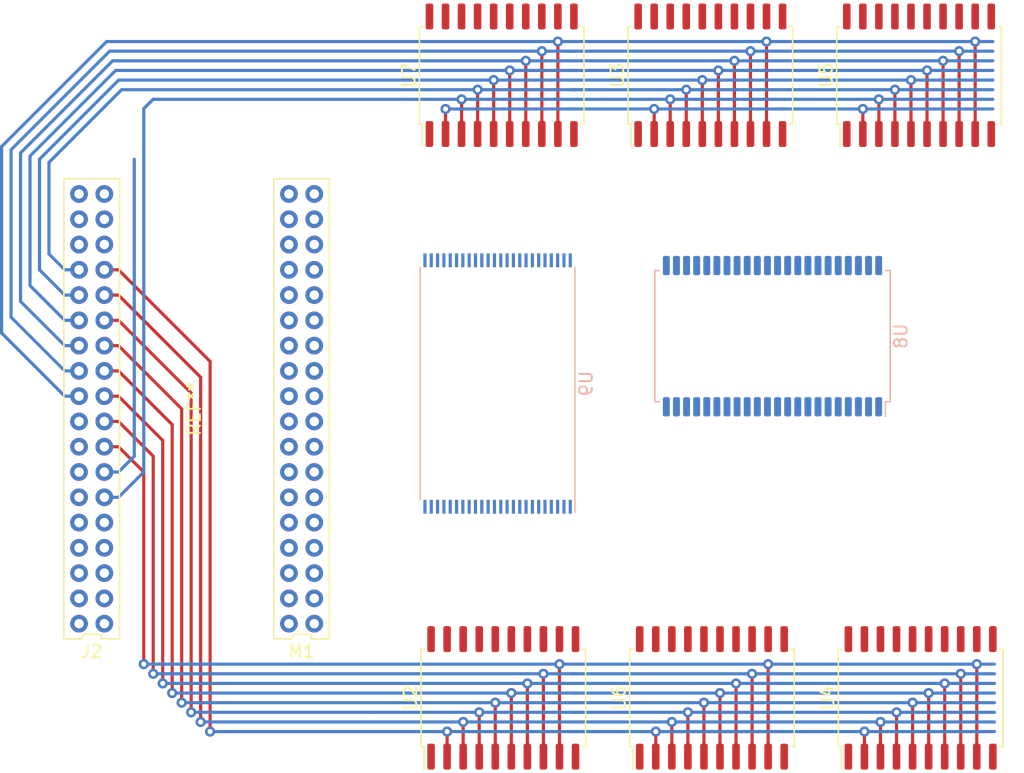
<source format=kicad_pcb>
(kicad_pcb (version 20171130) (host pcbnew 5.1.6)

  (general
    (thickness 1.6)
    (drawings 0)
    (tracks 303)
    (zones 0)
    (modules 9)
    (nets 134)
  )

  (page A4)
  (layers
    (0 F.Cu signal)
    (31 B.Cu signal)
    (32 B.Adhes user)
    (33 F.Adhes user)
    (34 B.Paste user)
    (35 F.Paste user)
    (36 B.SilkS user)
    (37 F.SilkS user)
    (38 B.Mask user)
    (39 F.Mask user)
    (40 Dwgs.User user)
    (41 Cmts.User user)
    (42 Eco1.User user)
    (43 Eco2.User user)
    (44 Edge.Cuts user)
    (45 Margin user)
    (46 B.CrtYd user)
    (47 F.CrtYd user)
    (48 B.Fab user)
    (49 F.Fab user)
  )

  (setup
    (last_trace_width 0.25)
    (trace_clearance 0.2)
    (zone_clearance 0.508)
    (zone_45_only no)
    (trace_min 0.2)
    (via_size 0.8)
    (via_drill 0.4)
    (via_min_size 0.4)
    (via_min_drill 0.3)
    (uvia_size 0.3)
    (uvia_drill 0.1)
    (uvias_allowed no)
    (uvia_min_size 0.2)
    (uvia_min_drill 0.1)
    (edge_width 0.05)
    (segment_width 0.2)
    (pcb_text_width 0.3)
    (pcb_text_size 1.5 1.5)
    (mod_edge_width 0.12)
    (mod_text_size 1 1)
    (mod_text_width 0.15)
    (pad_size 1.524 1.524)
    (pad_drill 0.762)
    (pad_to_mask_clearance 0.05)
    (aux_axis_origin 0 0)
    (visible_elements FFFFFF7F)
    (pcbplotparams
      (layerselection 0x010fc_ffffffff)
      (usegerberextensions false)
      (usegerberattributes true)
      (usegerberadvancedattributes true)
      (creategerberjobfile true)
      (excludeedgelayer true)
      (linewidth 0.100000)
      (plotframeref false)
      (viasonmask false)
      (mode 1)
      (useauxorigin false)
      (hpglpennumber 1)
      (hpglpenspeed 20)
      (hpglpendiameter 15.000000)
      (psnegative false)
      (psa4output false)
      (plotreference true)
      (plotvalue true)
      (plotinvisibletext false)
      (padsonsilk false)
      (subtractmaskfromsilk false)
      (outputformat 1)
      (mirror false)
      (drillshape 1)
      (scaleselection 1)
      (outputdirectory ""))
  )

  (net 0 "")
  (net 1 /IO9)
  (net 2 /IO8)
  (net 3 GND)
  (net 4 +3V3)
  (net 5 /A0)
  (net 6 /A1)
  (net 7 /A2)
  (net 8 /A3)
  (net 9 /A4)
  (net 10 /A5)
  (net 11 /A6)
  (net 12 /A7)
  (net 13 "Net-(U2-Pad11)")
  (net 14 /IO7)
  (net 15 /IO6)
  (net 16 /IO5)
  (net 17 /IO4)
  (net 18 /IO3)
  (net 19 /IO2)
  (net 20 /IO1)
  (net 21 /IO0)
  (net 22 "Net-(U2-Pad1)")
  (net 23 /A8)
  (net 24 /A9)
  (net 25 /A10)
  (net 26 /A11)
  (net 27 /A12)
  (net 28 /A13)
  (net 29 /A14)
  (net 30 /A15)
  (net 31 /ALE0)
  (net 32 /IO15)
  (net 33 /IO14)
  (net 34 /IO13)
  (net 35 /IO12)
  (net 36 /IO11)
  (net 37 /IO10)
  (net 38 /ALE1)
  (net 39 /A23)
  (net 40 /A22)
  (net 41 /A21)
  (net 42 /A20)
  (net 43 /A19)
  (net 44 /A18)
  (net 45 /A17)
  (net 46 /A16)
  (net 47 /A31)
  (net 48 /A30)
  (net 49 /A29)
  (net 50 /A28)
  (net 51 /A27)
  (net 52 /A26)
  (net 53 /A25)
  (net 54 /A24)
  (net 55 /OE)
  (net 56 /D0)
  (net 57 /D1)
  (net 58 /D2)
  (net 59 /D3)
  (net 60 /D4)
  (net 61 /D5)
  (net 62 /D6)
  (net 63 /D7)
  (net 64 /WE)
  (net 65 /D15)
  (net 66 /D14)
  (net 67 /D13)
  (net 68 /D12)
  (net 69 /D11)
  (net 70 /D10)
  (net 71 /D9)
  (net 72 /D8)
  (net 73 /3.3V)
  (net 74 "Net-(U8-Pad23)")
  (net 75 "Net-(U8-Pad28)")
  (net 76 /BHE)
  (net 77 "Net-(U9-Pad9)")
  (net 78 "Net-(U9-Pad10)")
  (net 79 "Net-(U9-Pad13)")
  (net 80 "Net-(U9-Pad15)")
  (net 81 "Net-(M1-PadJ3.35)")
  (net 82 "Net-(M1-PadJ3.36)")
  (net 83 "Net-(M1-PadJ3.33)")
  (net 84 "Net-(M1-PadJ3.34)")
  (net 85 "Net-(M1-PadJ3.31)")
  (net 86 "Net-(M1-PadJ3.32)")
  (net 87 "Net-(M1-PadJ3.29)")
  (net 88 "Net-(M1-PadJ3.30)")
  (net 89 "Net-(M1-PadJ3.27)")
  (net 90 "Net-(M1-PadJ3.28)")
  (net 91 "Net-(M1-PadJ3.25)")
  (net 92 "Net-(M1-PadJ3.26)")
  (net 93 "Net-(M1-PadJ3.23)")
  (net 94 "Net-(M1-PadJ3.24)")
  (net 95 "Net-(M1-PadJ3.21)")
  (net 96 "Net-(M1-PadJ3.22)")
  (net 97 "Net-(M1-PadJ3.19)")
  (net 98 "Net-(M1-PadJ3.20)")
  (net 99 "Net-(M1-PadJ3.17)")
  (net 100 "Net-(M1-PadJ3.18)")
  (net 101 "Net-(M1-PadJ3.15)")
  (net 102 "Net-(M1-PadJ3.16)")
  (net 103 "Net-(M1-PadJ3.13)")
  (net 104 "Net-(M1-PadJ3.14)")
  (net 105 "Net-(M1-PadJ3.11)")
  (net 106 "Net-(M1-PadJ3.12)")
  (net 107 "Net-(M1-PadJ3.10)")
  (net 108 "Net-(M1-PadJ3.7)")
  (net 109 "Net-(M1-PadJ3.8)")
  (net 110 "Net-(M1-PadJ3.5)")
  (net 111 "Net-(M1-PadJ3.6)")
  (net 112 "Net-(M1-PadJ3.3)")
  (net 113 "Net-(M1-PadJ3.4)")
  (net 114 "Net-(M1-PadJ3.1)")
  (net 115 "Net-(M1-PadJ3.2)")
  (net 116 "Net-(M1-PadJ2.35)")
  (net 117 "Net-(M1-PadJ2.15)")
  (net 118 "Net-(M1-PadJ2.17)")
  (net 119 "Net-(M1-PadJ2.8)")
  (net 120 "Net-(M1-PadJ2.36)")
  (net 121 "Net-(M1-PadJ2.9)")
  (net 122 "Net-(M1-PadJ2.33)")
  (net 123 "Net-(M1-PadJ2.13)")
  (net 124 "Net-(M1-PadJ2.1)")
  (net 125 "Net-(M1-PadJ2.34)")
  (net 126 "Net-(M1-PadJ2.10)")
  (net 127 "Net-(M1-PadJ2.32)")
  (net 128 "Net-(M1-PadJ2.11)")
  (net 129 "Net-(M1-PadJ2.7)")
  (net 130 "Net-(M1-PadJ2.3)")
  (net 131 "Net-(M1-PadJ2.31)")
  (net 132 "Net-(M1-PadJ2.6)")
  (net 133 "Net-(M1-PadJ2.5)")

  (net_class Default "This is the default net class."
    (clearance 0.2)
    (trace_width 0.25)
    (via_dia 0.8)
    (via_drill 0.4)
    (uvia_dia 0.3)
    (uvia_drill 0.1)
    (add_net +3V3)
    (add_net /3.3V)
    (add_net /A0)
    (add_net /A1)
    (add_net /A10)
    (add_net /A11)
    (add_net /A12)
    (add_net /A13)
    (add_net /A14)
    (add_net /A15)
    (add_net /A16)
    (add_net /A17)
    (add_net /A18)
    (add_net /A19)
    (add_net /A2)
    (add_net /A20)
    (add_net /A21)
    (add_net /A22)
    (add_net /A23)
    (add_net /A24)
    (add_net /A25)
    (add_net /A26)
    (add_net /A27)
    (add_net /A28)
    (add_net /A29)
    (add_net /A3)
    (add_net /A30)
    (add_net /A31)
    (add_net /A4)
    (add_net /A5)
    (add_net /A6)
    (add_net /A7)
    (add_net /A8)
    (add_net /A9)
    (add_net /ALE0)
    (add_net /ALE1)
    (add_net /BHE)
    (add_net /D0)
    (add_net /D1)
    (add_net /D10)
    (add_net /D11)
    (add_net /D12)
    (add_net /D13)
    (add_net /D14)
    (add_net /D15)
    (add_net /D2)
    (add_net /D3)
    (add_net /D4)
    (add_net /D5)
    (add_net /D6)
    (add_net /D7)
    (add_net /D8)
    (add_net /D9)
    (add_net /IO0)
    (add_net /IO1)
    (add_net /IO10)
    (add_net /IO11)
    (add_net /IO12)
    (add_net /IO13)
    (add_net /IO14)
    (add_net /IO15)
    (add_net /IO2)
    (add_net /IO3)
    (add_net /IO4)
    (add_net /IO5)
    (add_net /IO6)
    (add_net /IO7)
    (add_net /IO8)
    (add_net /IO9)
    (add_net /OE)
    (add_net /WE)
    (add_net GND)
    (add_net "Net-(M1-PadJ2.1)")
    (add_net "Net-(M1-PadJ2.10)")
    (add_net "Net-(M1-PadJ2.11)")
    (add_net "Net-(M1-PadJ2.13)")
    (add_net "Net-(M1-PadJ2.15)")
    (add_net "Net-(M1-PadJ2.17)")
    (add_net "Net-(M1-PadJ2.3)")
    (add_net "Net-(M1-PadJ2.31)")
    (add_net "Net-(M1-PadJ2.32)")
    (add_net "Net-(M1-PadJ2.33)")
    (add_net "Net-(M1-PadJ2.34)")
    (add_net "Net-(M1-PadJ2.35)")
    (add_net "Net-(M1-PadJ2.36)")
    (add_net "Net-(M1-PadJ2.5)")
    (add_net "Net-(M1-PadJ2.6)")
    (add_net "Net-(M1-PadJ2.7)")
    (add_net "Net-(M1-PadJ2.8)")
    (add_net "Net-(M1-PadJ2.9)")
    (add_net "Net-(M1-PadJ3.1)")
    (add_net "Net-(M1-PadJ3.10)")
    (add_net "Net-(M1-PadJ3.11)")
    (add_net "Net-(M1-PadJ3.12)")
    (add_net "Net-(M1-PadJ3.13)")
    (add_net "Net-(M1-PadJ3.14)")
    (add_net "Net-(M1-PadJ3.15)")
    (add_net "Net-(M1-PadJ3.16)")
    (add_net "Net-(M1-PadJ3.17)")
    (add_net "Net-(M1-PadJ3.18)")
    (add_net "Net-(M1-PadJ3.19)")
    (add_net "Net-(M1-PadJ3.2)")
    (add_net "Net-(M1-PadJ3.20)")
    (add_net "Net-(M1-PadJ3.21)")
    (add_net "Net-(M1-PadJ3.22)")
    (add_net "Net-(M1-PadJ3.23)")
    (add_net "Net-(M1-PadJ3.24)")
    (add_net "Net-(M1-PadJ3.25)")
    (add_net "Net-(M1-PadJ3.26)")
    (add_net "Net-(M1-PadJ3.27)")
    (add_net "Net-(M1-PadJ3.28)")
    (add_net "Net-(M1-PadJ3.29)")
    (add_net "Net-(M1-PadJ3.3)")
    (add_net "Net-(M1-PadJ3.30)")
    (add_net "Net-(M1-PadJ3.31)")
    (add_net "Net-(M1-PadJ3.32)")
    (add_net "Net-(M1-PadJ3.33)")
    (add_net "Net-(M1-PadJ3.34)")
    (add_net "Net-(M1-PadJ3.35)")
    (add_net "Net-(M1-PadJ3.36)")
    (add_net "Net-(M1-PadJ3.4)")
    (add_net "Net-(M1-PadJ3.5)")
    (add_net "Net-(M1-PadJ3.6)")
    (add_net "Net-(M1-PadJ3.7)")
    (add_net "Net-(M1-PadJ3.8)")
    (add_net "Net-(U2-Pad1)")
    (add_net "Net-(U2-Pad11)")
    (add_net "Net-(U8-Pad23)")
    (add_net "Net-(U8-Pad28)")
    (add_net "Net-(U9-Pad10)")
    (add_net "Net-(U9-Pad13)")
    (add_net "Net-(U9-Pad15)")
    (add_net "Net-(U9-Pad9)")
  )

  (module devboard:iceWerx (layer F.Cu) (tedit 5F5D5F6F) (tstamp 5F5DC2D1)
    (at 83.49 119.75)
    (path /5F5F1C8F)
    (fp_text reference M1 (at 8.5 19.2 180) (layer F.SilkS)
      (effects (font (size 1 1) (thickness 0.15)))
    )
    (fp_text value icewerx (at 8.5 0 90) (layer F.Fab)
      (effects (font (size 1 1) (thickness 0.15)))
    )
    (fp_text user REF** (at 0 0 270) (layer F.SilkS)
      (effects (font (size 1 1) (thickness 0.15)))
    )
    (fp_text user J2 (at -8.11 19.2 180) (layer F.SilkS)
      (effects (font (size 1 1) (thickness 0.15)))
    )
    (fp_text user DIP-36_78 (at -8.11 0 90) (layer F.Fab)
      (effects (font (size 1 1) (thickness 0.15)))
    )
    (fp_line (start -10.309999 18.2) (end -10.31 -18.2) (layer F.SilkS) (width 0.12))
    (fp_line (start -5.91 18.2) (end -7.376667 18.2) (layer F.SilkS) (width 0.12))
    (fp_line (start -10.06 17.95) (end -6.16 17.95) (layer F.CrtYd) (width 0.05))
    (fp_line (start -7.376667 17.84) (end -8.843333 17.84) (layer F.SilkS) (width 0.12))
    (fp_line (start -7.376667 18.2) (end -7.376667 17.84) (layer F.SilkS) (width 0.12))
    (fp_line (start -8.843333 17.84) (end -8.843333 18.2) (layer F.SilkS) (width 0.12))
    (fp_line (start -10.31 -18.2) (end -5.910001 -18.2) (layer F.SilkS) (width 0.12))
    (fp_line (start -5.910001 -18.2) (end -5.91 18.2) (layer F.SilkS) (width 0.12))
    (fp_line (start -6.16 -17.95) (end -10.06 -17.95) (layer F.CrtYd) (width 0.05))
    (fp_line (start -6.16 17.95) (end -6.16 -17.95) (layer F.CrtYd) (width 0.05))
    (fp_line (start -10.06 -17.95) (end -10.06 17.95) (layer F.CrtYd) (width 0.05))
    (fp_line (start -8.843333 18.2) (end -10.309999 18.2) (layer F.SilkS) (width 0.12))
    (fp_line (start 6.300001 18.2) (end 6.3 -18.2) (layer F.SilkS) (width 0.12))
    (fp_line (start 6.3 -18.2) (end 10.699999 -18.2) (layer F.SilkS) (width 0.12))
    (fp_line (start 10.699999 -18.2) (end 10.7 18.2) (layer F.SilkS) (width 0.12))
    (fp_line (start 10.7 18.2) (end 9.233333 18.2) (layer F.SilkS) (width 0.12))
    (fp_line (start 9.233333 18.2) (end 9.233333 17.84) (layer F.SilkS) (width 0.12))
    (fp_line (start 9.233333 17.84) (end 7.766667 17.84) (layer F.SilkS) (width 0.12))
    (fp_line (start 7.766667 17.84) (end 7.766667 18.2) (layer F.SilkS) (width 0.12))
    (fp_line (start 7.766667 18.2) (end 6.300001 18.2) (layer F.SilkS) (width 0.12))
    (fp_line (start 10.45 17.95) (end 10.45 -17.95) (layer F.CrtYd) (width 0.05))
    (fp_line (start 10.45 -17.95) (end 6.55 -17.95) (layer F.CrtYd) (width 0.05))
    (fp_line (start 6.55 -17.95) (end 6.55 17.95) (layer F.CrtYd) (width 0.05))
    (fp_line (start 6.55 17.95) (end 10.45 17.95) (layer F.CrtYd) (width 0.05))
    (pad J2.20 thru_hole circle (at -7.11 -1 270) (size 1.4 1.4) (drill 0.75) (layers *.Cu *.Mask)
      (net 16 /IO5))
    (pad J2.5 thru_hole circle (at -9.11 13 270) (size 1.4 1.4) (drill 0.75) (layers *.Cu *.Mask)
      (net 133 "Net-(M1-PadJ2.5)"))
    (pad J2.6 thru_hole circle (at -7.11 13 270) (size 1.4 1.4) (drill 0.75) (layers *.Cu *.Mask)
      (net 132 "Net-(M1-PadJ2.6)"))
    (pad J2.31 thru_hole circle (at -9.11 -13 270) (size 1.4 1.4) (drill 0.75) (layers *.Cu *.Mask)
      (net 131 "Net-(M1-PadJ2.31)"))
    (pad J2.3 thru_hole circle (at -9.11 15 270) (size 1.4 1.4) (drill 0.75) (layers *.Cu *.Mask)
      (net 130 "Net-(M1-PadJ2.3)"))
    (pad J2.7 thru_hole circle (at -9.11 11 270) (size 1.4 1.4) (drill 0.75) (layers *.Cu *.Mask)
      (net 129 "Net-(M1-PadJ2.7)"))
    (pad J2.11 thru_hole circle (at -9.11 7 270) (size 1.4 1.4) (drill 0.75) (layers *.Cu *.Mask)
      (net 128 "Net-(M1-PadJ2.11)"))
    (pad J2.32 thru_hole circle (at -7.11 -13 270) (size 1.4 1.4) (drill 0.75) (layers *.Cu *.Mask)
      (net 127 "Net-(M1-PadJ2.32)"))
    (pad J2.18 thru_hole circle (at -7.11 1 270) (size 1.4 1.4) (drill 0.75) (layers *.Cu *.Mask)
      (net 15 /IO6))
    (pad J2.10 thru_hole circle (at -7.11 9 270) (size 1.4 1.4) (drill 0.75) (layers *.Cu *.Mask)
      (net 126 "Net-(M1-PadJ2.10)"))
    (pad J2.34 thru_hole circle (at -7.11 -15 270) (size 1.4 1.4) (drill 0.75) (layers *.Cu *.Mask)
      (net 125 "Net-(M1-PadJ2.34)"))
    (pad J2.26 thru_hole circle (at -7.11 -7 270) (size 1.4 1.4) (drill 0.75) (layers *.Cu *.Mask)
      (net 19 /IO2))
    (pad J2.12 thru_hole circle (at -7.11 7 270) (size 1.4 1.4) (drill 0.75) (layers *.Cu *.Mask)
      (net 1 /IO9))
    (pad J2.24 thru_hole circle (at -7.11 -5 270) (size 1.4 1.4) (drill 0.75) (layers *.Cu *.Mask)
      (net 18 /IO3))
    (pad J2.1 thru_hole circle (at -9.11 17 270) (size 1.4 1.4) (drill 0.75) (layers *.Cu *.Mask)
      (net 124 "Net-(M1-PadJ2.1)"))
    (pad J2.21 thru_hole circle (at -9.11 -3 270) (size 1.4 1.4) (drill 0.75) (layers *.Cu *.Mask)
      (net 33 /IO14))
    (pad J2.30 thru_hole circle (at -7.11 -11 270) (size 1.4 1.4) (drill 0.75) (layers *.Cu *.Mask)
      (net 21 /IO0))
    (pad J2.13 thru_hole circle (at -9.11 5 270) (size 1.4 1.4) (drill 0.75) (layers *.Cu *.Mask)
      (net 123 "Net-(M1-PadJ2.13)"))
    (pad J2.33 thru_hole circle (at -9.11 -15 270) (size 1.4 1.4) (drill 0.75) (layers *.Cu *.Mask)
      (net 122 "Net-(M1-PadJ2.33)"))
    (pad J2.29 thru_hole circle (at -9.11 -11 270) (size 1.4 1.4) (drill 0.75) (layers *.Cu *.Mask)
      (net 37 /IO10))
    (pad J2.28 thru_hole circle (at -7.11 -9 270) (size 1.4 1.4) (drill 0.75) (layers *.Cu *.Mask)
      (net 20 /IO1))
    (pad J2.14 thru_hole circle (at -7.11 5 270) (size 1.4 1.4) (drill 0.75) (layers *.Cu *.Mask)
      (net 2 /IO8))
    (pad J2.9 thru_hole circle (at -9.11 9 270) (size 1.4 1.4) (drill 0.75) (layers *.Cu *.Mask)
      (net 121 "Net-(M1-PadJ2.9)"))
    (pad J2.36 thru_hole circle (at -7.11 -17 270) (size 1.4 1.4) (drill 0.75) (layers *.Cu *.Mask)
      (net 120 "Net-(M1-PadJ2.36)"))
    (pad J2.16 thru_hole circle (at -7.11 3 270) (size 1.4 1.4) (drill 0.75) (layers *.Cu *.Mask)
      (net 14 /IO7))
    (pad J2.8 thru_hole circle (at -7.11 11 270) (size 1.4 1.4) (drill 0.75) (layers *.Cu *.Mask)
      (net 119 "Net-(M1-PadJ2.8)"))
    (pad J2.17 thru_hole circle (at -9.11 1 270) (size 1.4 1.4) (drill 0.75) (layers *.Cu *.Mask)
      (net 118 "Net-(M1-PadJ2.17)"))
    (pad J2.15 thru_hole circle (at -9.11 3 270) (size 1.4 1.4) (drill 0.75) (layers *.Cu *.Mask)
      (net 117 "Net-(M1-PadJ2.15)"))
    (pad J2.23 thru_hole circle (at -9.11 -5 270) (size 1.4 1.4) (drill 0.75) (layers *.Cu *.Mask)
      (net 34 /IO13))
    (pad J2.4 thru_hole circle (at -7.11 15 270) (size 1.4 1.4) (drill 0.75) (layers *.Cu *.Mask))
    (pad J2.35 thru_hole circle (at -9.11 -17 270) (size 1.4 1.4) (drill 0.75) (layers *.Cu *.Mask)
      (net 116 "Net-(M1-PadJ2.35)"))
    (pad J2.25 thru_hole circle (at -9.11 -7 270) (size 1.4 1.4) (drill 0.75) (layers *.Cu *.Mask)
      (net 35 /IO12))
    (pad J2.22 thru_hole circle (at -7.11 -3 270) (size 1.4 1.4) (drill 0.75) (layers *.Cu *.Mask)
      (net 17 /IO4))
    (pad J2.2 thru_hole circle (at -7.11 17 270) (size 1.4 1.4) (drill 0.75) (layers *.Cu *.Mask))
    (pad J2.19 thru_hole circle (at -9.11 -1 270) (size 1.4 1.4) (drill 0.75) (layers *.Cu *.Mask)
      (net 32 /IO15))
    (pad J2.27 thru_hole circle (at -9.11 -9 270) (size 1.4 1.4) (drill 0.75) (layers *.Cu *.Mask)
      (net 36 /IO11))
    (pad J3.2 thru_hole circle (at 9.5 17 270) (size 1.4 1.4) (drill 0.75) (layers *.Cu *.Mask)
      (net 115 "Net-(M1-PadJ3.2)"))
    (pad J3.1 thru_hole circle (at 7.5 17 270) (size 1.4 1.4) (drill 0.75) (layers *.Cu *.Mask)
      (net 114 "Net-(M1-PadJ3.1)"))
    (pad J3.4 thru_hole circle (at 9.5 15 270) (size 1.4 1.4) (drill 0.75) (layers *.Cu *.Mask)
      (net 113 "Net-(M1-PadJ3.4)"))
    (pad J3.3 thru_hole circle (at 7.5 15 270) (size 1.4 1.4) (drill 0.75) (layers *.Cu *.Mask)
      (net 112 "Net-(M1-PadJ3.3)"))
    (pad J3.6 thru_hole circle (at 9.5 13 270) (size 1.4 1.4) (drill 0.75) (layers *.Cu *.Mask)
      (net 111 "Net-(M1-PadJ3.6)"))
    (pad J3.5 thru_hole circle (at 7.5 13 270) (size 1.4 1.4) (drill 0.75) (layers *.Cu *.Mask)
      (net 110 "Net-(M1-PadJ3.5)"))
    (pad J3.8 thru_hole circle (at 9.5 11 270) (size 1.4 1.4) (drill 0.75) (layers *.Cu *.Mask)
      (net 109 "Net-(M1-PadJ3.8)"))
    (pad J3.7 thru_hole circle (at 7.5 11 270) (size 1.4 1.4) (drill 0.75) (layers *.Cu *.Mask)
      (net 108 "Net-(M1-PadJ3.7)"))
    (pad J3.10 thru_hole circle (at 9.5 9 270) (size 1.4 1.4) (drill 0.75) (layers *.Cu *.Mask)
      (net 107 "Net-(M1-PadJ3.10)"))
    (pad J3.9 thru_hole circle (at 7.5 9 270) (size 1.4 1.4) (drill 0.75) (layers *.Cu *.Mask))
    (pad J3.12 thru_hole circle (at 9.5 7 270) (size 1.4 1.4) (drill 0.75) (layers *.Cu *.Mask)
      (net 106 "Net-(M1-PadJ3.12)"))
    (pad J3.11 thru_hole circle (at 7.5 7 270) (size 1.4 1.4) (drill 0.75) (layers *.Cu *.Mask)
      (net 105 "Net-(M1-PadJ3.11)"))
    (pad J3.14 thru_hole circle (at 9.5 5 270) (size 1.4 1.4) (drill 0.75) (layers *.Cu *.Mask)
      (net 104 "Net-(M1-PadJ3.14)"))
    (pad J3.13 thru_hole circle (at 7.5 5 270) (size 1.4 1.4) (drill 0.75) (layers *.Cu *.Mask)
      (net 103 "Net-(M1-PadJ3.13)"))
    (pad J3.16 thru_hole circle (at 9.5 3 270) (size 1.4 1.4) (drill 0.75) (layers *.Cu *.Mask)
      (net 102 "Net-(M1-PadJ3.16)"))
    (pad J3.15 thru_hole circle (at 7.5 3 270) (size 1.4 1.4) (drill 0.75) (layers *.Cu *.Mask)
      (net 101 "Net-(M1-PadJ3.15)"))
    (pad J3.18 thru_hole circle (at 9.5 1 270) (size 1.4 1.4) (drill 0.75) (layers *.Cu *.Mask)
      (net 100 "Net-(M1-PadJ3.18)"))
    (pad J3.17 thru_hole circle (at 7.5 1 270) (size 1.4 1.4) (drill 0.75) (layers *.Cu *.Mask)
      (net 99 "Net-(M1-PadJ3.17)"))
    (pad J3.20 thru_hole circle (at 9.5 -1 270) (size 1.4 1.4) (drill 0.75) (layers *.Cu *.Mask)
      (net 98 "Net-(M1-PadJ3.20)"))
    (pad J3.19 thru_hole circle (at 7.5 -1 270) (size 1.4 1.4) (drill 0.75) (layers *.Cu *.Mask)
      (net 97 "Net-(M1-PadJ3.19)"))
    (pad J3.22 thru_hole circle (at 9.5 -3 270) (size 1.4 1.4) (drill 0.75) (layers *.Cu *.Mask)
      (net 96 "Net-(M1-PadJ3.22)"))
    (pad J3.21 thru_hole circle (at 7.5 -3 270) (size 1.4 1.4) (drill 0.75) (layers *.Cu *.Mask)
      (net 95 "Net-(M1-PadJ3.21)"))
    (pad J3.24 thru_hole circle (at 9.5 -5 270) (size 1.4 1.4) (drill 0.75) (layers *.Cu *.Mask)
      (net 94 "Net-(M1-PadJ3.24)"))
    (pad J3.23 thru_hole circle (at 7.5 -5 270) (size 1.4 1.4) (drill 0.75) (layers *.Cu *.Mask)
      (net 93 "Net-(M1-PadJ3.23)"))
    (pad J3.26 thru_hole circle (at 9.5 -7 270) (size 1.4 1.4) (drill 0.75) (layers *.Cu *.Mask)
      (net 92 "Net-(M1-PadJ3.26)"))
    (pad J3.25 thru_hole circle (at 7.5 -7 270) (size 1.4 1.4) (drill 0.75) (layers *.Cu *.Mask)
      (net 91 "Net-(M1-PadJ3.25)"))
    (pad J3.28 thru_hole circle (at 9.5 -9 270) (size 1.4 1.4) (drill 0.75) (layers *.Cu *.Mask)
      (net 90 "Net-(M1-PadJ3.28)"))
    (pad J3.27 thru_hole circle (at 7.5 -9 270) (size 1.4 1.4) (drill 0.75) (layers *.Cu *.Mask)
      (net 89 "Net-(M1-PadJ3.27)"))
    (pad J3.30 thru_hole circle (at 9.5 -11 270) (size 1.4 1.4) (drill 0.75) (layers *.Cu *.Mask)
      (net 88 "Net-(M1-PadJ3.30)"))
    (pad J3.29 thru_hole circle (at 7.5 -11 270) (size 1.4 1.4) (drill 0.75) (layers *.Cu *.Mask)
      (net 87 "Net-(M1-PadJ3.29)"))
    (pad J3.32 thru_hole circle (at 9.5 -13 270) (size 1.4 1.4) (drill 0.75) (layers *.Cu *.Mask)
      (net 86 "Net-(M1-PadJ3.32)"))
    (pad J3.31 thru_hole circle (at 7.5 -13 270) (size 1.4 1.4) (drill 0.75) (layers *.Cu *.Mask)
      (net 85 "Net-(M1-PadJ3.31)"))
    (pad J3.34 thru_hole circle (at 9.5 -15 270) (size 1.4 1.4) (drill 0.75) (layers *.Cu *.Mask)
      (net 84 "Net-(M1-PadJ3.34)"))
    (pad J3.33 thru_hole circle (at 7.5 -15 270) (size 1.4 1.4) (drill 0.75) (layers *.Cu *.Mask)
      (net 83 "Net-(M1-PadJ3.33)"))
    (pad J3.36 thru_hole circle (at 9.5 -17 270) (size 1.4 1.4) (drill 0.75) (layers *.Cu *.Mask)
      (net 82 "Net-(M1-PadJ3.36)"))
    (pad J3.35 thru_hole circle (at 7.5 -17 270) (size 1.4 1.4) (drill 0.75) (layers *.Cu *.Mask)
      (net 81 "Net-(M1-PadJ3.35)"))
    (model ${KIPRJMOD}/devboard.pretty/icewerx.wrl
      (at (xyz 0 0 0))
      (scale (xyz 1 1 1))
      (rotate (xyz 0 0 90))
    )
  )

  (module Package_SO:SOIC-20W_7.5x12.8mm_P1.27mm (layer F.Cu) (tedit 5D9F72B1) (tstamp 5F5DF3F3)
    (at 107.95 142.621 90)
    (descr "SOIC, 20 Pin (JEDEC MS-013AC, https://www.analog.com/media/en/package-pcb-resources/package/233848rw_20.pdf), generated with kicad-footprint-generator ipc_gullwing_generator.py")
    (tags "SOIC SO")
    (path /5F59FD6D)
    (attr smd)
    (fp_text reference U2 (at 0 -7.35 90) (layer F.SilkS)
      (effects (font (size 1 1) (thickness 0.15)))
    )
    (fp_text value 74HC573 (at 0 7.35 90) (layer F.Fab)
      (effects (font (size 1 1) (thickness 0.15)))
    )
    (fp_line (start 5.93 -6.65) (end -5.93 -6.65) (layer F.CrtYd) (width 0.05))
    (fp_line (start 5.93 6.65) (end 5.93 -6.65) (layer F.CrtYd) (width 0.05))
    (fp_line (start -5.93 6.65) (end 5.93 6.65) (layer F.CrtYd) (width 0.05))
    (fp_line (start -5.93 -6.65) (end -5.93 6.65) (layer F.CrtYd) (width 0.05))
    (fp_line (start -3.75 -5.4) (end -2.75 -6.4) (layer F.Fab) (width 0.1))
    (fp_line (start -3.75 6.4) (end -3.75 -5.4) (layer F.Fab) (width 0.1))
    (fp_line (start 3.75 6.4) (end -3.75 6.4) (layer F.Fab) (width 0.1))
    (fp_line (start 3.75 -6.4) (end 3.75 6.4) (layer F.Fab) (width 0.1))
    (fp_line (start -2.75 -6.4) (end 3.75 -6.4) (layer F.Fab) (width 0.1))
    (fp_line (start -3.86 -6.275) (end -5.675 -6.275) (layer F.SilkS) (width 0.12))
    (fp_line (start -3.86 -6.51) (end -3.86 -6.275) (layer F.SilkS) (width 0.12))
    (fp_line (start 0 -6.51) (end -3.86 -6.51) (layer F.SilkS) (width 0.12))
    (fp_line (start 3.86 -6.51) (end 3.86 -6.275) (layer F.SilkS) (width 0.12))
    (fp_line (start 0 -6.51) (end 3.86 -6.51) (layer F.SilkS) (width 0.12))
    (fp_line (start -3.86 6.51) (end -3.86 6.275) (layer F.SilkS) (width 0.12))
    (fp_line (start 0 6.51) (end -3.86 6.51) (layer F.SilkS) (width 0.12))
    (fp_line (start 3.86 6.51) (end 3.86 6.275) (layer F.SilkS) (width 0.12))
    (fp_line (start 0 6.51) (end 3.86 6.51) (layer F.SilkS) (width 0.12))
    (fp_text user %R (at 0 0 90) (layer F.Fab)
      (effects (font (size 1 1) (thickness 0.15)))
    )
    (pad 20 smd roundrect (at 4.65 -5.715 90) (size 2.05 0.6) (layers F.Cu F.Paste F.Mask) (roundrect_rratio 0.25)
      (net 4 +3V3))
    (pad 19 smd roundrect (at 4.65 -4.445 90) (size 2.05 0.6) (layers F.Cu F.Paste F.Mask) (roundrect_rratio 0.25)
      (net 5 /A0))
    (pad 18 smd roundrect (at 4.65 -3.175 90) (size 2.05 0.6) (layers F.Cu F.Paste F.Mask) (roundrect_rratio 0.25)
      (net 6 /A1))
    (pad 17 smd roundrect (at 4.65 -1.905 90) (size 2.05 0.6) (layers F.Cu F.Paste F.Mask) (roundrect_rratio 0.25)
      (net 7 /A2))
    (pad 16 smd roundrect (at 4.65 -0.635 90) (size 2.05 0.6) (layers F.Cu F.Paste F.Mask) (roundrect_rratio 0.25)
      (net 8 /A3))
    (pad 15 smd roundrect (at 4.65 0.635 90) (size 2.05 0.6) (layers F.Cu F.Paste F.Mask) (roundrect_rratio 0.25)
      (net 9 /A4))
    (pad 14 smd roundrect (at 4.65 1.905 90) (size 2.05 0.6) (layers F.Cu F.Paste F.Mask) (roundrect_rratio 0.25)
      (net 10 /A5))
    (pad 13 smd roundrect (at 4.65 3.175 90) (size 2.05 0.6) (layers F.Cu F.Paste F.Mask) (roundrect_rratio 0.25)
      (net 11 /A6))
    (pad 12 smd roundrect (at 4.65 4.445 90) (size 2.05 0.6) (layers F.Cu F.Paste F.Mask) (roundrect_rratio 0.25)
      (net 12 /A7))
    (pad 11 smd roundrect (at 4.65 5.715 90) (size 2.05 0.6) (layers F.Cu F.Paste F.Mask) (roundrect_rratio 0.25)
      (net 13 "Net-(U2-Pad11)"))
    (pad 10 smd roundrect (at -4.65 5.715 90) (size 2.05 0.6) (layers F.Cu F.Paste F.Mask) (roundrect_rratio 0.25)
      (net 3 GND))
    (pad 9 smd roundrect (at -4.65 4.445 90) (size 2.05 0.6) (layers F.Cu F.Paste F.Mask) (roundrect_rratio 0.25)
      (net 14 /IO7))
    (pad 8 smd roundrect (at -4.65 3.175 90) (size 2.05 0.6) (layers F.Cu F.Paste F.Mask) (roundrect_rratio 0.25)
      (net 15 /IO6))
    (pad 7 smd roundrect (at -4.65 1.905 90) (size 2.05 0.6) (layers F.Cu F.Paste F.Mask) (roundrect_rratio 0.25)
      (net 16 /IO5))
    (pad 6 smd roundrect (at -4.65 0.635 90) (size 2.05 0.6) (layers F.Cu F.Paste F.Mask) (roundrect_rratio 0.25)
      (net 17 /IO4))
    (pad 5 smd roundrect (at -4.65 -0.635 90) (size 2.05 0.6) (layers F.Cu F.Paste F.Mask) (roundrect_rratio 0.25)
      (net 18 /IO3))
    (pad 4 smd roundrect (at -4.65 -1.905 90) (size 2.05 0.6) (layers F.Cu F.Paste F.Mask) (roundrect_rratio 0.25)
      (net 19 /IO2))
    (pad 3 smd roundrect (at -4.65 -3.175 90) (size 2.05 0.6) (layers F.Cu F.Paste F.Mask) (roundrect_rratio 0.25)
      (net 20 /IO1))
    (pad 2 smd roundrect (at -4.65 -4.445 90) (size 2.05 0.6) (layers F.Cu F.Paste F.Mask) (roundrect_rratio 0.25)
      (net 21 /IO0))
    (pad 1 smd roundrect (at -4.65 -5.715 90) (size 2.05 0.6) (layers F.Cu F.Paste F.Mask) (roundrect_rratio 0.25)
      (net 22 "Net-(U2-Pad1)"))
    (model ${KISYS3DMOD}/Package_SO.3dshapes/SOIC-20W_7.5x12.8mm_P1.27mm.wrl
      (at (xyz 0 0 0))
      (scale (xyz 1 1 1))
      (rotate (xyz 0 0 0))
    )
  )

  (module Package_SO:SOIC-20W_7.5x12.8mm_P1.27mm (layer F.Cu) (tedit 5D9F72B1) (tstamp 5F5D7E5C)
    (at 124.333 93.356 90)
    (descr "SOIC, 20 Pin (JEDEC MS-013AC, https://www.analog.com/media/en/package-pcb-resources/package/233848rw_20.pdf), generated with kicad-footprint-generator ipc_gullwing_generator.py")
    (tags "SOIC SO")
    (path /5F4CF3B4)
    (attr smd)
    (fp_text reference U3 (at 0 -7.35 90) (layer F.SilkS)
      (effects (font (size 1 1) (thickness 0.15)))
    )
    (fp_text value 74HC573 (at 0 7.35 90) (layer F.Fab)
      (effects (font (size 1 1) (thickness 0.15)))
    )
    (fp_line (start 5.93 -6.65) (end -5.93 -6.65) (layer F.CrtYd) (width 0.05))
    (fp_line (start 5.93 6.65) (end 5.93 -6.65) (layer F.CrtYd) (width 0.05))
    (fp_line (start -5.93 6.65) (end 5.93 6.65) (layer F.CrtYd) (width 0.05))
    (fp_line (start -5.93 -6.65) (end -5.93 6.65) (layer F.CrtYd) (width 0.05))
    (fp_line (start -3.75 -5.4) (end -2.75 -6.4) (layer F.Fab) (width 0.1))
    (fp_line (start -3.75 6.4) (end -3.75 -5.4) (layer F.Fab) (width 0.1))
    (fp_line (start 3.75 6.4) (end -3.75 6.4) (layer F.Fab) (width 0.1))
    (fp_line (start 3.75 -6.4) (end 3.75 6.4) (layer F.Fab) (width 0.1))
    (fp_line (start -2.75 -6.4) (end 3.75 -6.4) (layer F.Fab) (width 0.1))
    (fp_line (start -3.86 -6.275) (end -5.675 -6.275) (layer F.SilkS) (width 0.12))
    (fp_line (start -3.86 -6.51) (end -3.86 -6.275) (layer F.SilkS) (width 0.12))
    (fp_line (start 0 -6.51) (end -3.86 -6.51) (layer F.SilkS) (width 0.12))
    (fp_line (start 3.86 -6.51) (end 3.86 -6.275) (layer F.SilkS) (width 0.12))
    (fp_line (start 0 -6.51) (end 3.86 -6.51) (layer F.SilkS) (width 0.12))
    (fp_line (start -3.86 6.51) (end -3.86 6.275) (layer F.SilkS) (width 0.12))
    (fp_line (start 0 6.51) (end -3.86 6.51) (layer F.SilkS) (width 0.12))
    (fp_line (start 3.86 6.51) (end 3.86 6.275) (layer F.SilkS) (width 0.12))
    (fp_line (start 0 6.51) (end 3.86 6.51) (layer F.SilkS) (width 0.12))
    (fp_text user %R (at 0 0 90) (layer F.Fab)
      (effects (font (size 1 1) (thickness 0.15)))
    )
    (pad 20 smd roundrect (at 4.65 -5.715 90) (size 2.05 0.6) (layers F.Cu F.Paste F.Mask) (roundrect_rratio 0.25)
      (net 4 +3V3))
    (pad 19 smd roundrect (at 4.65 -4.445 90) (size 2.05 0.6) (layers F.Cu F.Paste F.Mask) (roundrect_rratio 0.25)
      (net 23 /A8))
    (pad 18 smd roundrect (at 4.65 -3.175 90) (size 2.05 0.6) (layers F.Cu F.Paste F.Mask) (roundrect_rratio 0.25)
      (net 24 /A9))
    (pad 17 smd roundrect (at 4.65 -1.905 90) (size 2.05 0.6) (layers F.Cu F.Paste F.Mask) (roundrect_rratio 0.25)
      (net 25 /A10))
    (pad 16 smd roundrect (at 4.65 -0.635 90) (size 2.05 0.6) (layers F.Cu F.Paste F.Mask) (roundrect_rratio 0.25)
      (net 26 /A11))
    (pad 15 smd roundrect (at 4.65 0.635 90) (size 2.05 0.6) (layers F.Cu F.Paste F.Mask) (roundrect_rratio 0.25)
      (net 27 /A12))
    (pad 14 smd roundrect (at 4.65 1.905 90) (size 2.05 0.6) (layers F.Cu F.Paste F.Mask) (roundrect_rratio 0.25)
      (net 28 /A13))
    (pad 13 smd roundrect (at 4.65 3.175 90) (size 2.05 0.6) (layers F.Cu F.Paste F.Mask) (roundrect_rratio 0.25)
      (net 29 /A14))
    (pad 12 smd roundrect (at 4.65 4.445 90) (size 2.05 0.6) (layers F.Cu F.Paste F.Mask) (roundrect_rratio 0.25)
      (net 30 /A15))
    (pad 11 smd roundrect (at 4.65 5.715 90) (size 2.05 0.6) (layers F.Cu F.Paste F.Mask) (roundrect_rratio 0.25)
      (net 31 /ALE0))
    (pad 10 smd roundrect (at -4.65 5.715 90) (size 2.05 0.6) (layers F.Cu F.Paste F.Mask) (roundrect_rratio 0.25)
      (net 3 GND))
    (pad 9 smd roundrect (at -4.65 4.445 90) (size 2.05 0.6) (layers F.Cu F.Paste F.Mask) (roundrect_rratio 0.25)
      (net 32 /IO15))
    (pad 8 smd roundrect (at -4.65 3.175 90) (size 2.05 0.6) (layers F.Cu F.Paste F.Mask) (roundrect_rratio 0.25)
      (net 33 /IO14))
    (pad 7 smd roundrect (at -4.65 1.905 90) (size 2.05 0.6) (layers F.Cu F.Paste F.Mask) (roundrect_rratio 0.25)
      (net 34 /IO13))
    (pad 6 smd roundrect (at -4.65 0.635 90) (size 2.05 0.6) (layers F.Cu F.Paste F.Mask) (roundrect_rratio 0.25)
      (net 35 /IO12))
    (pad 5 smd roundrect (at -4.65 -0.635 90) (size 2.05 0.6) (layers F.Cu F.Paste F.Mask) (roundrect_rratio 0.25)
      (net 36 /IO11))
    (pad 4 smd roundrect (at -4.65 -1.905 90) (size 2.05 0.6) (layers F.Cu F.Paste F.Mask) (roundrect_rratio 0.25)
      (net 37 /IO10))
    (pad 3 smd roundrect (at -4.65 -3.175 90) (size 2.05 0.6) (layers F.Cu F.Paste F.Mask) (roundrect_rratio 0.25)
      (net 1 /IO9))
    (pad 2 smd roundrect (at -4.65 -4.445 90) (size 2.05 0.6) (layers F.Cu F.Paste F.Mask) (roundrect_rratio 0.25)
      (net 2 /IO8))
    (pad 1 smd roundrect (at -4.65 -5.715 90) (size 2.05 0.6) (layers F.Cu F.Paste F.Mask) (roundrect_rratio 0.25)
      (net 3 GND))
    (model ${KISYS3DMOD}/Package_SO.3dshapes/SOIC-20W_7.5x12.8mm_P1.27mm.wrl
      (at (xyz 0 0 0))
      (scale (xyz 1 1 1))
      (rotate (xyz 0 0 0))
    )
  )

  (module Package_SO:SOIC-20W_7.5x12.8mm_P1.27mm (layer F.Cu) (tedit 5D9F72B1) (tstamp 5F5D73D5)
    (at 140.97 142.621 90)
    (descr "SOIC, 20 Pin (JEDEC MS-013AC, https://www.analog.com/media/en/package-pcb-resources/package/233848rw_20.pdf), generated with kicad-footprint-generator ipc_gullwing_generator.py")
    (tags "SOIC SO")
    (path /5F54130D)
    (attr smd)
    (fp_text reference U4 (at 0 -7.35 90) (layer F.SilkS)
      (effects (font (size 1 1) (thickness 0.15)))
    )
    (fp_text value 74HC573 (at 0 7.35 90) (layer F.Fab)
      (effects (font (size 1 1) (thickness 0.15)))
    )
    (fp_line (start 0 6.51) (end 3.86 6.51) (layer F.SilkS) (width 0.12))
    (fp_line (start 3.86 6.51) (end 3.86 6.275) (layer F.SilkS) (width 0.12))
    (fp_line (start 0 6.51) (end -3.86 6.51) (layer F.SilkS) (width 0.12))
    (fp_line (start -3.86 6.51) (end -3.86 6.275) (layer F.SilkS) (width 0.12))
    (fp_line (start 0 -6.51) (end 3.86 -6.51) (layer F.SilkS) (width 0.12))
    (fp_line (start 3.86 -6.51) (end 3.86 -6.275) (layer F.SilkS) (width 0.12))
    (fp_line (start 0 -6.51) (end -3.86 -6.51) (layer F.SilkS) (width 0.12))
    (fp_line (start -3.86 -6.51) (end -3.86 -6.275) (layer F.SilkS) (width 0.12))
    (fp_line (start -3.86 -6.275) (end -5.675 -6.275) (layer F.SilkS) (width 0.12))
    (fp_line (start -2.75 -6.4) (end 3.75 -6.4) (layer F.Fab) (width 0.1))
    (fp_line (start 3.75 -6.4) (end 3.75 6.4) (layer F.Fab) (width 0.1))
    (fp_line (start 3.75 6.4) (end -3.75 6.4) (layer F.Fab) (width 0.1))
    (fp_line (start -3.75 6.4) (end -3.75 -5.4) (layer F.Fab) (width 0.1))
    (fp_line (start -3.75 -5.4) (end -2.75 -6.4) (layer F.Fab) (width 0.1))
    (fp_line (start -5.93 -6.65) (end -5.93 6.65) (layer F.CrtYd) (width 0.05))
    (fp_line (start -5.93 6.65) (end 5.93 6.65) (layer F.CrtYd) (width 0.05))
    (fp_line (start 5.93 6.65) (end 5.93 -6.65) (layer F.CrtYd) (width 0.05))
    (fp_line (start 5.93 -6.65) (end -5.93 -6.65) (layer F.CrtYd) (width 0.05))
    (fp_text user %R (at 0 0 90) (layer F.Fab)
      (effects (font (size 1 1) (thickness 0.15)))
    )
    (pad 1 smd roundrect (at -4.65 -5.715 90) (size 2.05 0.6) (layers F.Cu F.Paste F.Mask) (roundrect_rratio 0.25)
      (net 3 GND))
    (pad 2 smd roundrect (at -4.65 -4.445 90) (size 2.05 0.6) (layers F.Cu F.Paste F.Mask) (roundrect_rratio 0.25)
      (net 21 /IO0))
    (pad 3 smd roundrect (at -4.65 -3.175 90) (size 2.05 0.6) (layers F.Cu F.Paste F.Mask) (roundrect_rratio 0.25)
      (net 20 /IO1))
    (pad 4 smd roundrect (at -4.65 -1.905 90) (size 2.05 0.6) (layers F.Cu F.Paste F.Mask) (roundrect_rratio 0.25)
      (net 19 /IO2))
    (pad 5 smd roundrect (at -4.65 -0.635 90) (size 2.05 0.6) (layers F.Cu F.Paste F.Mask) (roundrect_rratio 0.25)
      (net 18 /IO3))
    (pad 6 smd roundrect (at -4.65 0.635 90) (size 2.05 0.6) (layers F.Cu F.Paste F.Mask) (roundrect_rratio 0.25)
      (net 17 /IO4))
    (pad 7 smd roundrect (at -4.65 1.905 90) (size 2.05 0.6) (layers F.Cu F.Paste F.Mask) (roundrect_rratio 0.25)
      (net 16 /IO5))
    (pad 8 smd roundrect (at -4.65 3.175 90) (size 2.05 0.6) (layers F.Cu F.Paste F.Mask) (roundrect_rratio 0.25)
      (net 15 /IO6))
    (pad 9 smd roundrect (at -4.65 4.445 90) (size 2.05 0.6) (layers F.Cu F.Paste F.Mask) (roundrect_rratio 0.25)
      (net 14 /IO7))
    (pad 10 smd roundrect (at -4.65 5.715 90) (size 2.05 0.6) (layers F.Cu F.Paste F.Mask) (roundrect_rratio 0.25)
      (net 3 GND))
    (pad 11 smd roundrect (at 4.65 5.715 90) (size 2.05 0.6) (layers F.Cu F.Paste F.Mask) (roundrect_rratio 0.25)
      (net 38 /ALE1))
    (pad 12 smd roundrect (at 4.65 4.445 90) (size 2.05 0.6) (layers F.Cu F.Paste F.Mask) (roundrect_rratio 0.25)
      (net 39 /A23))
    (pad 13 smd roundrect (at 4.65 3.175 90) (size 2.05 0.6) (layers F.Cu F.Paste F.Mask) (roundrect_rratio 0.25)
      (net 40 /A22))
    (pad 14 smd roundrect (at 4.65 1.905 90) (size 2.05 0.6) (layers F.Cu F.Paste F.Mask) (roundrect_rratio 0.25)
      (net 41 /A21))
    (pad 15 smd roundrect (at 4.65 0.635 90) (size 2.05 0.6) (layers F.Cu F.Paste F.Mask) (roundrect_rratio 0.25)
      (net 42 /A20))
    (pad 16 smd roundrect (at 4.65 -0.635 90) (size 2.05 0.6) (layers F.Cu F.Paste F.Mask) (roundrect_rratio 0.25)
      (net 43 /A19))
    (pad 17 smd roundrect (at 4.65 -1.905 90) (size 2.05 0.6) (layers F.Cu F.Paste F.Mask) (roundrect_rratio 0.25)
      (net 44 /A18))
    (pad 18 smd roundrect (at 4.65 -3.175 90) (size 2.05 0.6) (layers F.Cu F.Paste F.Mask) (roundrect_rratio 0.25)
      (net 45 /A17))
    (pad 19 smd roundrect (at 4.65 -4.445 90) (size 2.05 0.6) (layers F.Cu F.Paste F.Mask) (roundrect_rratio 0.25)
      (net 46 /A16))
    (pad 20 smd roundrect (at 4.65 -5.715 90) (size 2.05 0.6) (layers F.Cu F.Paste F.Mask) (roundrect_rratio 0.25)
      (net 4 +3V3))
    (model ${KISYS3DMOD}/Package_SO.3dshapes/SOIC-20W_7.5x12.8mm_P1.27mm.wrl
      (at (xyz 0 0 0))
      (scale (xyz 1 1 1))
      (rotate (xyz 0 0 0))
    )
  )

  (module Package_SO:SOIC-20W_7.5x12.8mm_P1.27mm (layer F.Cu) (tedit 5D9F72B1) (tstamp 5F5D7EB2)
    (at 140.843 93.356 90)
    (descr "SOIC, 20 Pin (JEDEC MS-013AC, https://www.analog.com/media/en/package-pcb-resources/package/233848rw_20.pdf), generated with kicad-footprint-generator ipc_gullwing_generator.py")
    (tags "SOIC SO")
    (path /5F6A6A62)
    (attr smd)
    (fp_text reference U5 (at 0 -7.35 90) (layer F.SilkS)
      (effects (font (size 1 1) (thickness 0.15)))
    )
    (fp_text value 74HC573 (at 0 7.35 90) (layer F.Fab)
      (effects (font (size 1 1) (thickness 0.15)))
    )
    (fp_line (start 0 6.51) (end 3.86 6.51) (layer F.SilkS) (width 0.12))
    (fp_line (start 3.86 6.51) (end 3.86 6.275) (layer F.SilkS) (width 0.12))
    (fp_line (start 0 6.51) (end -3.86 6.51) (layer F.SilkS) (width 0.12))
    (fp_line (start -3.86 6.51) (end -3.86 6.275) (layer F.SilkS) (width 0.12))
    (fp_line (start 0 -6.51) (end 3.86 -6.51) (layer F.SilkS) (width 0.12))
    (fp_line (start 3.86 -6.51) (end 3.86 -6.275) (layer F.SilkS) (width 0.12))
    (fp_line (start 0 -6.51) (end -3.86 -6.51) (layer F.SilkS) (width 0.12))
    (fp_line (start -3.86 -6.51) (end -3.86 -6.275) (layer F.SilkS) (width 0.12))
    (fp_line (start -3.86 -6.275) (end -5.675 -6.275) (layer F.SilkS) (width 0.12))
    (fp_line (start -2.75 -6.4) (end 3.75 -6.4) (layer F.Fab) (width 0.1))
    (fp_line (start 3.75 -6.4) (end 3.75 6.4) (layer F.Fab) (width 0.1))
    (fp_line (start 3.75 6.4) (end -3.75 6.4) (layer F.Fab) (width 0.1))
    (fp_line (start -3.75 6.4) (end -3.75 -5.4) (layer F.Fab) (width 0.1))
    (fp_line (start -3.75 -5.4) (end -2.75 -6.4) (layer F.Fab) (width 0.1))
    (fp_line (start -5.93 -6.65) (end -5.93 6.65) (layer F.CrtYd) (width 0.05))
    (fp_line (start -5.93 6.65) (end 5.93 6.65) (layer F.CrtYd) (width 0.05))
    (fp_line (start 5.93 6.65) (end 5.93 -6.65) (layer F.CrtYd) (width 0.05))
    (fp_line (start 5.93 -6.65) (end -5.93 -6.65) (layer F.CrtYd) (width 0.05))
    (fp_text user %R (at 0 0 90) (layer F.Fab)
      (effects (font (size 1 1) (thickness 0.15)))
    )
    (pad 1 smd roundrect (at -4.65 -5.715 90) (size 2.05 0.6) (layers F.Cu F.Paste F.Mask) (roundrect_rratio 0.25)
      (net 3 GND))
    (pad 2 smd roundrect (at -4.65 -4.445 90) (size 2.05 0.6) (layers F.Cu F.Paste F.Mask) (roundrect_rratio 0.25)
      (net 2 /IO8))
    (pad 3 smd roundrect (at -4.65 -3.175 90) (size 2.05 0.6) (layers F.Cu F.Paste F.Mask) (roundrect_rratio 0.25)
      (net 1 /IO9))
    (pad 4 smd roundrect (at -4.65 -1.905 90) (size 2.05 0.6) (layers F.Cu F.Paste F.Mask) (roundrect_rratio 0.25)
      (net 37 /IO10))
    (pad 5 smd roundrect (at -4.65 -0.635 90) (size 2.05 0.6) (layers F.Cu F.Paste F.Mask) (roundrect_rratio 0.25)
      (net 36 /IO11))
    (pad 6 smd roundrect (at -4.65 0.635 90) (size 2.05 0.6) (layers F.Cu F.Paste F.Mask) (roundrect_rratio 0.25)
      (net 35 /IO12))
    (pad 7 smd roundrect (at -4.65 1.905 90) (size 2.05 0.6) (layers F.Cu F.Paste F.Mask) (roundrect_rratio 0.25)
      (net 34 /IO13))
    (pad 8 smd roundrect (at -4.65 3.175 90) (size 2.05 0.6) (layers F.Cu F.Paste F.Mask) (roundrect_rratio 0.25)
      (net 33 /IO14))
    (pad 9 smd roundrect (at -4.65 4.445 90) (size 2.05 0.6) (layers F.Cu F.Paste F.Mask) (roundrect_rratio 0.25)
      (net 32 /IO15))
    (pad 10 smd roundrect (at -4.65 5.715 90) (size 2.05 0.6) (layers F.Cu F.Paste F.Mask) (roundrect_rratio 0.25)
      (net 3 GND))
    (pad 11 smd roundrect (at 4.65 5.715 90) (size 2.05 0.6) (layers F.Cu F.Paste F.Mask) (roundrect_rratio 0.25)
      (net 38 /ALE1))
    (pad 12 smd roundrect (at 4.65 4.445 90) (size 2.05 0.6) (layers F.Cu F.Paste F.Mask) (roundrect_rratio 0.25)
      (net 47 /A31))
    (pad 13 smd roundrect (at 4.65 3.175 90) (size 2.05 0.6) (layers F.Cu F.Paste F.Mask) (roundrect_rratio 0.25)
      (net 48 /A30))
    (pad 14 smd roundrect (at 4.65 1.905 90) (size 2.05 0.6) (layers F.Cu F.Paste F.Mask) (roundrect_rratio 0.25)
      (net 49 /A29))
    (pad 15 smd roundrect (at 4.65 0.635 90) (size 2.05 0.6) (layers F.Cu F.Paste F.Mask) (roundrect_rratio 0.25)
      (net 50 /A28))
    (pad 16 smd roundrect (at 4.65 -0.635 90) (size 2.05 0.6) (layers F.Cu F.Paste F.Mask) (roundrect_rratio 0.25)
      (net 51 /A27))
    (pad 17 smd roundrect (at 4.65 -1.905 90) (size 2.05 0.6) (layers F.Cu F.Paste F.Mask) (roundrect_rratio 0.25)
      (net 52 /A26))
    (pad 18 smd roundrect (at 4.65 -3.175 90) (size 2.05 0.6) (layers F.Cu F.Paste F.Mask) (roundrect_rratio 0.25)
      (net 53 /A25))
    (pad 19 smd roundrect (at 4.65 -4.445 90) (size 2.05 0.6) (layers F.Cu F.Paste F.Mask) (roundrect_rratio 0.25)
      (net 54 /A24))
    (pad 20 smd roundrect (at 4.65 -5.715 90) (size 2.05 0.6) (layers F.Cu F.Paste F.Mask) (roundrect_rratio 0.25)
      (net 4 +3V3))
    (model ${KISYS3DMOD}/Package_SO.3dshapes/SOIC-20W_7.5x12.8mm_P1.27mm.wrl
      (at (xyz 0 0 0))
      (scale (xyz 1 1 1))
      (rotate (xyz 0 0 0))
    )
  )

  (module Package_SO:SOIC-20W_7.5x12.8mm_P1.27mm (layer F.Cu) (tedit 5D9F72B1) (tstamp 5F5D7EDD)
    (at 124.46 142.621 90)
    (descr "SOIC, 20 Pin (JEDEC MS-013AC, https://www.analog.com/media/en/package-pcb-resources/package/233848rw_20.pdf), generated with kicad-footprint-generator ipc_gullwing_generator.py")
    (tags "SOIC SO")
    (path /5F71F80C)
    (attr smd)
    (fp_text reference U6 (at 0 -7.35 90) (layer F.SilkS)
      (effects (font (size 1 1) (thickness 0.15)))
    )
    (fp_text value 74HC245 (at 0 7.35 90) (layer F.Fab)
      (effects (font (size 1 1) (thickness 0.15)))
    )
    (fp_line (start 5.93 -6.65) (end -5.93 -6.65) (layer F.CrtYd) (width 0.05))
    (fp_line (start 5.93 6.65) (end 5.93 -6.65) (layer F.CrtYd) (width 0.05))
    (fp_line (start -5.93 6.65) (end 5.93 6.65) (layer F.CrtYd) (width 0.05))
    (fp_line (start -5.93 -6.65) (end -5.93 6.65) (layer F.CrtYd) (width 0.05))
    (fp_line (start -3.75 -5.4) (end -2.75 -6.4) (layer F.Fab) (width 0.1))
    (fp_line (start -3.75 6.4) (end -3.75 -5.4) (layer F.Fab) (width 0.1))
    (fp_line (start 3.75 6.4) (end -3.75 6.4) (layer F.Fab) (width 0.1))
    (fp_line (start 3.75 -6.4) (end 3.75 6.4) (layer F.Fab) (width 0.1))
    (fp_line (start -2.75 -6.4) (end 3.75 -6.4) (layer F.Fab) (width 0.1))
    (fp_line (start -3.86 -6.275) (end -5.675 -6.275) (layer F.SilkS) (width 0.12))
    (fp_line (start -3.86 -6.51) (end -3.86 -6.275) (layer F.SilkS) (width 0.12))
    (fp_line (start 0 -6.51) (end -3.86 -6.51) (layer F.SilkS) (width 0.12))
    (fp_line (start 3.86 -6.51) (end 3.86 -6.275) (layer F.SilkS) (width 0.12))
    (fp_line (start 0 -6.51) (end 3.86 -6.51) (layer F.SilkS) (width 0.12))
    (fp_line (start -3.86 6.51) (end -3.86 6.275) (layer F.SilkS) (width 0.12))
    (fp_line (start 0 6.51) (end -3.86 6.51) (layer F.SilkS) (width 0.12))
    (fp_line (start 3.86 6.51) (end 3.86 6.275) (layer F.SilkS) (width 0.12))
    (fp_line (start 0 6.51) (end 3.86 6.51) (layer F.SilkS) (width 0.12))
    (fp_text user %R (at 0 0 90) (layer F.Fab)
      (effects (font (size 1 1) (thickness 0.15)))
    )
    (pad 20 smd roundrect (at 4.65 -5.715 90) (size 2.05 0.6) (layers F.Cu F.Paste F.Mask) (roundrect_rratio 0.25)
      (net 4 +3V3))
    (pad 19 smd roundrect (at 4.65 -4.445 90) (size 2.05 0.6) (layers F.Cu F.Paste F.Mask) (roundrect_rratio 0.25)
      (net 55 /OE))
    (pad 18 smd roundrect (at 4.65 -3.175 90) (size 2.05 0.6) (layers F.Cu F.Paste F.Mask) (roundrect_rratio 0.25)
      (net 56 /D0))
    (pad 17 smd roundrect (at 4.65 -1.905 90) (size 2.05 0.6) (layers F.Cu F.Paste F.Mask) (roundrect_rratio 0.25)
      (net 57 /D1))
    (pad 16 smd roundrect (at 4.65 -0.635 90) (size 2.05 0.6) (layers F.Cu F.Paste F.Mask) (roundrect_rratio 0.25)
      (net 58 /D2))
    (pad 15 smd roundrect (at 4.65 0.635 90) (size 2.05 0.6) (layers F.Cu F.Paste F.Mask) (roundrect_rratio 0.25)
      (net 59 /D3))
    (pad 14 smd roundrect (at 4.65 1.905 90) (size 2.05 0.6) (layers F.Cu F.Paste F.Mask) (roundrect_rratio 0.25)
      (net 60 /D4))
    (pad 13 smd roundrect (at 4.65 3.175 90) (size 2.05 0.6) (layers F.Cu F.Paste F.Mask) (roundrect_rratio 0.25)
      (net 61 /D5))
    (pad 12 smd roundrect (at 4.65 4.445 90) (size 2.05 0.6) (layers F.Cu F.Paste F.Mask) (roundrect_rratio 0.25)
      (net 62 /D6))
    (pad 11 smd roundrect (at 4.65 5.715 90) (size 2.05 0.6) (layers F.Cu F.Paste F.Mask) (roundrect_rratio 0.25)
      (net 63 /D7))
    (pad 10 smd roundrect (at -4.65 5.715 90) (size 2.05 0.6) (layers F.Cu F.Paste F.Mask) (roundrect_rratio 0.25)
      (net 3 GND))
    (pad 9 smd roundrect (at -4.65 4.445 90) (size 2.05 0.6) (layers F.Cu F.Paste F.Mask) (roundrect_rratio 0.25)
      (net 14 /IO7))
    (pad 8 smd roundrect (at -4.65 3.175 90) (size 2.05 0.6) (layers F.Cu F.Paste F.Mask) (roundrect_rratio 0.25)
      (net 15 /IO6))
    (pad 7 smd roundrect (at -4.65 1.905 90) (size 2.05 0.6) (layers F.Cu F.Paste F.Mask) (roundrect_rratio 0.25)
      (net 16 /IO5))
    (pad 6 smd roundrect (at -4.65 0.635 90) (size 2.05 0.6) (layers F.Cu F.Paste F.Mask) (roundrect_rratio 0.25)
      (net 17 /IO4))
    (pad 5 smd roundrect (at -4.65 -0.635 90) (size 2.05 0.6) (layers F.Cu F.Paste F.Mask) (roundrect_rratio 0.25)
      (net 18 /IO3))
    (pad 4 smd roundrect (at -4.65 -1.905 90) (size 2.05 0.6) (layers F.Cu F.Paste F.Mask) (roundrect_rratio 0.25)
      (net 19 /IO2))
    (pad 3 smd roundrect (at -4.65 -3.175 90) (size 2.05 0.6) (layers F.Cu F.Paste F.Mask) (roundrect_rratio 0.25)
      (net 20 /IO1))
    (pad 2 smd roundrect (at -4.65 -4.445 90) (size 2.05 0.6) (layers F.Cu F.Paste F.Mask) (roundrect_rratio 0.25)
      (net 21 /IO0))
    (pad 1 smd roundrect (at -4.65 -5.715 90) (size 2.05 0.6) (layers F.Cu F.Paste F.Mask) (roundrect_rratio 0.25)
      (net 64 /WE))
    (model ${KISYS3DMOD}/Package_SO.3dshapes/SOIC-20W_7.5x12.8mm_P1.27mm.wrl
      (at (xyz 0 0 0))
      (scale (xyz 1 1 1))
      (rotate (xyz 0 0 0))
    )
  )

  (module Package_SO:SOIC-20W_7.5x12.8mm_P1.27mm (layer F.Cu) (tedit 5D9F72B1) (tstamp 5F5DED70)
    (at 107.823 93.356 90)
    (descr "SOIC, 20 Pin (JEDEC MS-013AC, https://www.analog.com/media/en/package-pcb-resources/package/233848rw_20.pdf), generated with kicad-footprint-generator ipc_gullwing_generator.py")
    (tags "SOIC SO")
    (path /5F722C50)
    (attr smd)
    (fp_text reference U7 (at 0 -7.35 90) (layer F.SilkS)
      (effects (font (size 1 1) (thickness 0.15)))
    )
    (fp_text value 74HC245 (at 0 7.35 90) (layer F.Fab)
      (effects (font (size 1 1) (thickness 0.15)))
    )
    (fp_line (start 0 6.51) (end 3.86 6.51) (layer F.SilkS) (width 0.12))
    (fp_line (start 3.86 6.51) (end 3.86 6.275) (layer F.SilkS) (width 0.12))
    (fp_line (start 0 6.51) (end -3.86 6.51) (layer F.SilkS) (width 0.12))
    (fp_line (start -3.86 6.51) (end -3.86 6.275) (layer F.SilkS) (width 0.12))
    (fp_line (start 0 -6.51) (end 3.86 -6.51) (layer F.SilkS) (width 0.12))
    (fp_line (start 3.86 -6.51) (end 3.86 -6.275) (layer F.SilkS) (width 0.12))
    (fp_line (start 0 -6.51) (end -3.86 -6.51) (layer F.SilkS) (width 0.12))
    (fp_line (start -3.86 -6.51) (end -3.86 -6.275) (layer F.SilkS) (width 0.12))
    (fp_line (start -3.86 -6.275) (end -5.675 -6.275) (layer F.SilkS) (width 0.12))
    (fp_line (start -2.75 -6.4) (end 3.75 -6.4) (layer F.Fab) (width 0.1))
    (fp_line (start 3.75 -6.4) (end 3.75 6.4) (layer F.Fab) (width 0.1))
    (fp_line (start 3.75 6.4) (end -3.75 6.4) (layer F.Fab) (width 0.1))
    (fp_line (start -3.75 6.4) (end -3.75 -5.4) (layer F.Fab) (width 0.1))
    (fp_line (start -3.75 -5.4) (end -2.75 -6.4) (layer F.Fab) (width 0.1))
    (fp_line (start -5.93 -6.65) (end -5.93 6.65) (layer F.CrtYd) (width 0.05))
    (fp_line (start -5.93 6.65) (end 5.93 6.65) (layer F.CrtYd) (width 0.05))
    (fp_line (start 5.93 6.65) (end 5.93 -6.65) (layer F.CrtYd) (width 0.05))
    (fp_line (start 5.93 -6.65) (end -5.93 -6.65) (layer F.CrtYd) (width 0.05))
    (fp_text user %R (at 0 0 90) (layer F.Fab)
      (effects (font (size 1 1) (thickness 0.15)))
    )
    (pad 1 smd roundrect (at -4.65 -5.715 90) (size 2.05 0.6) (layers F.Cu F.Paste F.Mask) (roundrect_rratio 0.25)
      (net 64 /WE))
    (pad 2 smd roundrect (at -4.65 -4.445 90) (size 2.05 0.6) (layers F.Cu F.Paste F.Mask) (roundrect_rratio 0.25)
      (net 2 /IO8))
    (pad 3 smd roundrect (at -4.65 -3.175 90) (size 2.05 0.6) (layers F.Cu F.Paste F.Mask) (roundrect_rratio 0.25)
      (net 1 /IO9))
    (pad 4 smd roundrect (at -4.65 -1.905 90) (size 2.05 0.6) (layers F.Cu F.Paste F.Mask) (roundrect_rratio 0.25)
      (net 37 /IO10))
    (pad 5 smd roundrect (at -4.65 -0.635 90) (size 2.05 0.6) (layers F.Cu F.Paste F.Mask) (roundrect_rratio 0.25)
      (net 36 /IO11))
    (pad 6 smd roundrect (at -4.65 0.635 90) (size 2.05 0.6) (layers F.Cu F.Paste F.Mask) (roundrect_rratio 0.25)
      (net 35 /IO12))
    (pad 7 smd roundrect (at -4.65 1.905 90) (size 2.05 0.6) (layers F.Cu F.Paste F.Mask) (roundrect_rratio 0.25)
      (net 34 /IO13))
    (pad 8 smd roundrect (at -4.65 3.175 90) (size 2.05 0.6) (layers F.Cu F.Paste F.Mask) (roundrect_rratio 0.25)
      (net 33 /IO14))
    (pad 9 smd roundrect (at -4.65 4.445 90) (size 2.05 0.6) (layers F.Cu F.Paste F.Mask) (roundrect_rratio 0.25)
      (net 32 /IO15))
    (pad 10 smd roundrect (at -4.65 5.715 90) (size 2.05 0.6) (layers F.Cu F.Paste F.Mask) (roundrect_rratio 0.25)
      (net 3 GND))
    (pad 11 smd roundrect (at 4.65 5.715 90) (size 2.05 0.6) (layers F.Cu F.Paste F.Mask) (roundrect_rratio 0.25)
      (net 65 /D15))
    (pad 12 smd roundrect (at 4.65 4.445 90) (size 2.05 0.6) (layers F.Cu F.Paste F.Mask) (roundrect_rratio 0.25)
      (net 66 /D14))
    (pad 13 smd roundrect (at 4.65 3.175 90) (size 2.05 0.6) (layers F.Cu F.Paste F.Mask) (roundrect_rratio 0.25)
      (net 67 /D13))
    (pad 14 smd roundrect (at 4.65 1.905 90) (size 2.05 0.6) (layers F.Cu F.Paste F.Mask) (roundrect_rratio 0.25)
      (net 68 /D12))
    (pad 15 smd roundrect (at 4.65 0.635 90) (size 2.05 0.6) (layers F.Cu F.Paste F.Mask) (roundrect_rratio 0.25)
      (net 69 /D11))
    (pad 16 smd roundrect (at 4.65 -0.635 90) (size 2.05 0.6) (layers F.Cu F.Paste F.Mask) (roundrect_rratio 0.25)
      (net 70 /D10))
    (pad 17 smd roundrect (at 4.65 -1.905 90) (size 2.05 0.6) (layers F.Cu F.Paste F.Mask) (roundrect_rratio 0.25)
      (net 71 /D9))
    (pad 18 smd roundrect (at 4.65 -3.175 90) (size 2.05 0.6) (layers F.Cu F.Paste F.Mask) (roundrect_rratio 0.25)
      (net 72 /D8))
    (pad 19 smd roundrect (at 4.65 -4.445 90) (size 2.05 0.6) (layers F.Cu F.Paste F.Mask) (roundrect_rratio 0.25)
      (net 55 /OE))
    (pad 20 smd roundrect (at 4.65 -5.715 90) (size 2.05 0.6) (layers F.Cu F.Paste F.Mask) (roundrect_rratio 0.25)
      (net 4 +3V3))
    (model ${KISYS3DMOD}/Package_SO.3dshapes/SOIC-20W_7.5x12.8mm_P1.27mm.wrl
      (at (xyz 0 0 0))
      (scale (xyz 1 1 1))
      (rotate (xyz 0 0 0))
    )
  )

  (module Package_SO:TSOP-II-44_10.16x18.41mm_P0.8mm (layer B.Cu) (tedit 5D9F72B2) (tstamp 5F5D9929)
    (at 129.25 114 90)
    (descr "TSOP-II, 44 Pin (http://www.issi.com/WW/pdf/61-64C5128AL.pdf), generated with kicad-footprint-generator ipc_gullwing_generator.py")
    (tags "TSOP-II SO")
    (path /5F4AD7F4)
    (attr smd)
    (fp_text reference U8 (at 0 10.16 -90) (layer B.SilkS)
      (effects (font (size 1 1) (thickness 0.15)) (justify mirror))
    )
    (fp_text value IS62WV12816ALL (at 0 -10.16 -90) (layer B.Fab)
      (effects (font (size 1 1) (thickness 0.15)) (justify mirror))
    )
    (fp_line (start 0 -9.315) (end 5.19 -9.315) (layer B.SilkS) (width 0.12))
    (fp_line (start 5.19 -9.315) (end 5.19 -8.935) (layer B.SilkS) (width 0.12))
    (fp_line (start 0 -9.315) (end -5.19 -9.315) (layer B.SilkS) (width 0.12))
    (fp_line (start -5.19 -9.315) (end -5.19 -8.935) (layer B.SilkS) (width 0.12))
    (fp_line (start 0 9.315) (end 5.19 9.315) (layer B.SilkS) (width 0.12))
    (fp_line (start 5.19 9.315) (end 5.19 8.935) (layer B.SilkS) (width 0.12))
    (fp_line (start 0 9.315) (end -5.19 9.315) (layer B.SilkS) (width 0.12))
    (fp_line (start -5.19 9.315) (end -5.19 8.935) (layer B.SilkS) (width 0.12))
    (fp_line (start -5.19 8.935) (end -6.35 8.935) (layer B.SilkS) (width 0.12))
    (fp_line (start -4.08 9.205) (end 5.08 9.205) (layer B.Fab) (width 0.1))
    (fp_line (start 5.08 9.205) (end 5.08 -9.205) (layer B.Fab) (width 0.1))
    (fp_line (start 5.08 -9.205) (end -5.08 -9.205) (layer B.Fab) (width 0.1))
    (fp_line (start -5.08 -9.205) (end -5.08 8.205) (layer B.Fab) (width 0.1))
    (fp_line (start -5.08 8.205) (end -4.08 9.205) (layer B.Fab) (width 0.1))
    (fp_line (start -6.6 9.46) (end -6.6 -9.46) (layer B.CrtYd) (width 0.05))
    (fp_line (start -6.6 -9.46) (end 6.6 -9.46) (layer B.CrtYd) (width 0.05))
    (fp_line (start 6.6 -9.46) (end 6.6 9.46) (layer B.CrtYd) (width 0.05))
    (fp_line (start 6.6 9.46) (end -6.6 9.46) (layer B.CrtYd) (width 0.05))
    (fp_text user %R (at 0 0 -90) (layer B.Fab)
      (effects (font (size 1 1) (thickness 0.15)) (justify mirror))
    )
    (pad 1 smd roundrect (at -5.5875 8.4 90) (size 1.525 0.55) (layers B.Cu B.Paste B.Mask) (roundrect_rratio 0.25)
      (net 9 /A4))
    (pad 2 smd roundrect (at -5.5875 7.6 90) (size 1.525 0.55) (layers B.Cu B.Paste B.Mask) (roundrect_rratio 0.25)
      (net 8 /A3))
    (pad 3 smd roundrect (at -5.5875 6.8 90) (size 1.525 0.55) (layers B.Cu B.Paste B.Mask) (roundrect_rratio 0.25)
      (net 7 /A2))
    (pad 4 smd roundrect (at -5.5875 6 90) (size 1.525 0.55) (layers B.Cu B.Paste B.Mask) (roundrect_rratio 0.25)
      (net 6 /A1))
    (pad 5 smd roundrect (at -5.5875 5.2 90) (size 1.525 0.55) (layers B.Cu B.Paste B.Mask) (roundrect_rratio 0.25)
      (net 5 /A0))
    (pad 6 smd roundrect (at -5.5875 4.4 90) (size 1.525 0.55) (layers B.Cu B.Paste B.Mask) (roundrect_rratio 0.25)
      (net 47 /A31))
    (pad 7 smd roundrect (at -5.5875 3.6 90) (size 1.525 0.55) (layers B.Cu B.Paste B.Mask) (roundrect_rratio 0.25)
      (net 21 /IO0))
    (pad 8 smd roundrect (at -5.5875 2.8 90) (size 1.525 0.55) (layers B.Cu B.Paste B.Mask) (roundrect_rratio 0.25)
      (net 20 /IO1))
    (pad 9 smd roundrect (at -5.5875 2 90) (size 1.525 0.55) (layers B.Cu B.Paste B.Mask) (roundrect_rratio 0.25)
      (net 19 /IO2))
    (pad 10 smd roundrect (at -5.5875 1.2 90) (size 1.525 0.55) (layers B.Cu B.Paste B.Mask) (roundrect_rratio 0.25)
      (net 18 /IO3))
    (pad 11 smd roundrect (at -5.5875 0.4 90) (size 1.525 0.55) (layers B.Cu B.Paste B.Mask) (roundrect_rratio 0.25)
      (net 73 /3.3V))
    (pad 12 smd roundrect (at -5.5875 -0.4 90) (size 1.525 0.55) (layers B.Cu B.Paste B.Mask) (roundrect_rratio 0.25)
      (net 3 GND))
    (pad 13 smd roundrect (at -5.5875 -1.2 90) (size 1.525 0.55) (layers B.Cu B.Paste B.Mask) (roundrect_rratio 0.25)
      (net 17 /IO4))
    (pad 14 smd roundrect (at -5.5875 -2 90) (size 1.525 0.55) (layers B.Cu B.Paste B.Mask) (roundrect_rratio 0.25)
      (net 16 /IO5))
    (pad 15 smd roundrect (at -5.5875 -2.8 90) (size 1.525 0.55) (layers B.Cu B.Paste B.Mask) (roundrect_rratio 0.25)
      (net 15 /IO6))
    (pad 16 smd roundrect (at -5.5875 -3.6 90) (size 1.525 0.55) (layers B.Cu B.Paste B.Mask) (roundrect_rratio 0.25)
      (net 14 /IO7))
    (pad 17 smd roundrect (at -5.5875 -4.4 90) (size 1.525 0.55) (layers B.Cu B.Paste B.Mask) (roundrect_rratio 0.25)
      (net 64 /WE))
    (pad 18 smd roundrect (at -5.5875 -5.2 90) (size 1.525 0.55) (layers B.Cu B.Paste B.Mask) (roundrect_rratio 0.25)
      (net 46 /A16))
    (pad 19 smd roundrect (at -5.5875 -6 90) (size 1.525 0.55) (layers B.Cu B.Paste B.Mask) (roundrect_rratio 0.25)
      (net 30 /A15))
    (pad 20 smd roundrect (at -5.5875 -6.8 90) (size 1.525 0.55) (layers B.Cu B.Paste B.Mask) (roundrect_rratio 0.25)
      (net 29 /A14))
    (pad 21 smd roundrect (at -5.5875 -7.6 90) (size 1.525 0.55) (layers B.Cu B.Paste B.Mask) (roundrect_rratio 0.25)
      (net 28 /A13))
    (pad 22 smd roundrect (at -5.5875 -8.4 90) (size 1.525 0.55) (layers B.Cu B.Paste B.Mask) (roundrect_rratio 0.25)
      (net 27 /A12))
    (pad 23 smd roundrect (at 5.5875 -8.4 90) (size 1.525 0.55) (layers B.Cu B.Paste B.Mask) (roundrect_rratio 0.25)
      (net 74 "Net-(U8-Pad23)"))
    (pad 24 smd roundrect (at 5.5875 -7.6 90) (size 1.525 0.55) (layers B.Cu B.Paste B.Mask) (roundrect_rratio 0.25)
      (net 26 /A11))
    (pad 25 smd roundrect (at 5.5875 -6.8 90) (size 1.525 0.55) (layers B.Cu B.Paste B.Mask) (roundrect_rratio 0.25)
      (net 25 /A10))
    (pad 26 smd roundrect (at 5.5875 -6 90) (size 1.525 0.55) (layers B.Cu B.Paste B.Mask) (roundrect_rratio 0.25)
      (net 24 /A9))
    (pad 27 smd roundrect (at 5.5875 -5.2 90) (size 1.525 0.55) (layers B.Cu B.Paste B.Mask) (roundrect_rratio 0.25)
      (net 23 /A8))
    (pad 28 smd roundrect (at 5.5875 -4.4 90) (size 1.525 0.55) (layers B.Cu B.Paste B.Mask) (roundrect_rratio 0.25)
      (net 75 "Net-(U8-Pad28)"))
    (pad 29 smd roundrect (at 5.5875 -3.6 90) (size 1.525 0.55) (layers B.Cu B.Paste B.Mask) (roundrect_rratio 0.25)
      (net 2 /IO8))
    (pad 30 smd roundrect (at 5.5875 -2.8 90) (size 1.525 0.55) (layers B.Cu B.Paste B.Mask) (roundrect_rratio 0.25)
      (net 1 /IO9))
    (pad 31 smd roundrect (at 5.5875 -2 90) (size 1.525 0.55) (layers B.Cu B.Paste B.Mask) (roundrect_rratio 0.25)
      (net 37 /IO10))
    (pad 32 smd roundrect (at 5.5875 -1.2 90) (size 1.525 0.55) (layers B.Cu B.Paste B.Mask) (roundrect_rratio 0.25)
      (net 36 /IO11))
    (pad 33 smd roundrect (at 5.5875 -0.4 90) (size 1.525 0.55) (layers B.Cu B.Paste B.Mask) (roundrect_rratio 0.25)
      (net 73 /3.3V))
    (pad 34 smd roundrect (at 5.5875 0.4 90) (size 1.525 0.55) (layers B.Cu B.Paste B.Mask) (roundrect_rratio 0.25)
      (net 3 GND))
    (pad 35 smd roundrect (at 5.5875 1.2 90) (size 1.525 0.55) (layers B.Cu B.Paste B.Mask) (roundrect_rratio 0.25)
      (net 35 /IO12))
    (pad 36 smd roundrect (at 5.5875 2 90) (size 1.525 0.55) (layers B.Cu B.Paste B.Mask) (roundrect_rratio 0.25)
      (net 34 /IO13))
    (pad 37 smd roundrect (at 5.5875 2.8 90) (size 1.525 0.55) (layers B.Cu B.Paste B.Mask) (roundrect_rratio 0.25)
      (net 33 /IO14))
    (pad 38 smd roundrect (at 5.5875 3.6 90) (size 1.525 0.55) (layers B.Cu B.Paste B.Mask) (roundrect_rratio 0.25)
      (net 32 /IO15))
    (pad 39 smd roundrect (at 5.5875 4.4 90) (size 1.525 0.55) (layers B.Cu B.Paste B.Mask) (roundrect_rratio 0.25)
      (net 5 /A0))
    (pad 40 smd roundrect (at 5.5875 5.2 90) (size 1.525 0.55) (layers B.Cu B.Paste B.Mask) (roundrect_rratio 0.25)
      (net 76 /BHE))
    (pad 41 smd roundrect (at 5.5875 6 90) (size 1.525 0.55) (layers B.Cu B.Paste B.Mask) (roundrect_rratio 0.25)
      (net 3 GND))
    (pad 42 smd roundrect (at 5.5875 6.8 90) (size 1.525 0.55) (layers B.Cu B.Paste B.Mask) (roundrect_rratio 0.25)
      (net 12 /A7))
    (pad 43 smd roundrect (at 5.5875 7.6 90) (size 1.525 0.55) (layers B.Cu B.Paste B.Mask) (roundrect_rratio 0.25)
      (net 11 /A6))
    (pad 44 smd roundrect (at 5.5875 8.4 90) (size 1.525 0.55) (layers B.Cu B.Paste B.Mask) (roundrect_rratio 0.25)
      (net 10 /A5))
    (model ${KISYS3DMOD}/Package_SO.3dshapes/TSOP-II-44_10.16x18.41mm_P0.8mm.wrl
      (at (xyz 0 0 0))
      (scale (xyz 1 1 1))
      (rotate (xyz 0 0 0))
    )
  )

  (module Package_SO:TSOP-I-48_18.4x12mm_P0.5mm (layer B.Cu) (tedit 5A02F25C) (tstamp 5F5D6D62)
    (at 107.5 117.75 90)
    (descr "TSOP I, 32 pins, 18.4x8mm body (https://www.micron.com/~/media/documents/products/technical-note/nor-flash/tn1225_land_pad_design.pdf)")
    (tags "TSOP I 32")
    (path /5F7419FA)
    (attr smd)
    (fp_text reference U9 (at 0 7 -90) (layer B.SilkS)
      (effects (font (size 1 1) (thickness 0.15)) (justify mirror))
    )
    (fp_text value S29AL008J70TFI013 (at 0 -7 -90) (layer B.Fab)
      (effects (font (size 1 1) (thickness 0.15)) (justify mirror))
    )
    (fp_line (start -10.55 -6.25) (end -10.55 6.25) (layer B.CrtYd) (width 0.05))
    (fp_line (start 10.55 -6.25) (end -10.55 -6.25) (layer B.CrtYd) (width 0.05))
    (fp_line (start 10.55 6.25) (end 10.55 -6.25) (layer B.CrtYd) (width 0.05))
    (fp_line (start -10.55 6.25) (end 10.55 6.25) (layer B.CrtYd) (width 0.05))
    (fp_line (start -9.2 -6.12) (end 9.2 -6.12) (layer B.SilkS) (width 0.12))
    (fp_line (start 9.2 6.12) (end -10.2 6.12) (layer B.SilkS) (width 0.1))
    (fp_line (start -8.2 6) (end -9.2 5) (layer B.Fab) (width 0.1))
    (fp_line (start 9.2 6) (end 9.2 -6) (layer B.Fab) (width 0.1))
    (fp_line (start 9.2 -6) (end -9.2 -6) (layer B.Fab) (width 0.1))
    (fp_line (start -9.2 -6) (end -9.2 5) (layer B.Fab) (width 0.1))
    (fp_line (start -8.2 6) (end 9.2 6) (layer B.Fab) (width 0.1))
    (fp_text user %R (at 0 0 -90) (layer B.Fab)
      (effects (font (size 1 1) (thickness 0.15)) (justify mirror))
    )
    (pad 1 smd rect (at -9.75 5.75 90) (size 1.1 0.25) (layers B.Cu B.Paste B.Mask)
      (net 30 /A15))
    (pad 25 smd rect (at 9.75 -5.75 90) (size 1.1 0.25) (layers B.Cu B.Paste B.Mask)
      (net 5 /A0))
    (pad 2 smd rect (at -9.75 5.25 90) (size 1.1 0.25) (layers B.Cu B.Paste B.Mask)
      (net 29 /A14))
    (pad 3 smd rect (at -9.75 4.75 90) (size 1.1 0.25) (layers B.Cu B.Paste B.Mask)
      (net 28 /A13))
    (pad 4 smd rect (at -9.75 4.25 90) (size 1.1 0.25) (layers B.Cu B.Paste B.Mask)
      (net 27 /A12))
    (pad 5 smd rect (at -9.75 3.75 90) (size 1.1 0.25) (layers B.Cu B.Paste B.Mask)
      (net 26 /A11))
    (pad 6 smd rect (at -9.75 3.25 90) (size 1.1 0.25) (layers B.Cu B.Paste B.Mask)
      (net 25 /A10))
    (pad 7 smd rect (at -9.75 2.75 90) (size 1.1 0.25) (layers B.Cu B.Paste B.Mask)
      (net 24 /A9))
    (pad 8 smd rect (at -9.75 2.25 90) (size 1.1 0.25) (layers B.Cu B.Paste B.Mask)
      (net 23 /A8))
    (pad 9 smd rect (at -9.75 1.75 90) (size 1.1 0.25) (layers B.Cu B.Paste B.Mask)
      (net 77 "Net-(U9-Pad9)"))
    (pad 10 smd rect (at -9.75 1.25 90) (size 1.1 0.25) (layers B.Cu B.Paste B.Mask)
      (net 78 "Net-(U9-Pad10)"))
    (pad 11 smd rect (at -9.75 0.75 90) (size 1.1 0.25) (layers B.Cu B.Paste B.Mask)
      (net 64 /WE))
    (pad 12 smd rect (at -9.75 0.25 90) (size 1.1 0.25) (layers B.Cu B.Paste B.Mask)
      (net 73 /3.3V))
    (pad 13 smd rect (at -9.75 -0.25 90) (size 1.1 0.25) (layers B.Cu B.Paste B.Mask)
      (net 79 "Net-(U9-Pad13)"))
    (pad 14 smd rect (at -9.75 -0.75 90) (size 1.1 0.25) (layers B.Cu B.Paste B.Mask)
      (net 73 /3.3V))
    (pad 15 smd rect (at -9.75 -1.25 90) (size 1.1 0.25) (layers B.Cu B.Paste B.Mask)
      (net 80 "Net-(U9-Pad15)"))
    (pad 16 smd rect (at -9.75 -1.75 90) (size 1.1 0.25) (layers B.Cu B.Paste B.Mask)
      (net 44 /A18))
    (pad 17 smd rect (at -9.75 -2.25 90) (size 1.1 0.25) (layers B.Cu B.Paste B.Mask)
      (net 45 /A17))
    (pad 18 smd rect (at -9.75 -2.75 90) (size 1.1 0.25) (layers B.Cu B.Paste B.Mask)
      (net 12 /A7))
    (pad 19 smd rect (at -9.75 -3.25 90) (size 1.1 0.25) (layers B.Cu B.Paste B.Mask)
      (net 11 /A6))
    (pad 20 smd rect (at -9.75 -3.75 90) (size 1.1 0.25) (layers B.Cu B.Paste B.Mask)
      (net 10 /A5))
    (pad 21 smd rect (at -9.75 -4.25 90) (size 1.1 0.25) (layers B.Cu B.Paste B.Mask)
      (net 9 /A4))
    (pad 22 smd rect (at -9.75 -4.75 90) (size 1.1 0.25) (layers B.Cu B.Paste B.Mask)
      (net 8 /A3))
    (pad 23 smd rect (at -9.75 -5.25 90) (size 1.1 0.25) (layers B.Cu B.Paste B.Mask)
      (net 7 /A2))
    (pad 24 smd rect (at -9.75 -5.75 90) (size 1.1 0.25) (layers B.Cu B.Paste B.Mask)
      (net 6 /A1))
    (pad 26 smd rect (at 9.75 -5.25 90) (size 1.1 0.25) (layers B.Cu B.Paste B.Mask)
      (net 48 /A30))
    (pad 27 smd rect (at 9.75 -4.75 90) (size 1.1 0.25) (layers B.Cu B.Paste B.Mask)
      (net 3 GND))
    (pad 28 smd rect (at 9.75 -4.25 90) (size 1.1 0.25) (layers B.Cu B.Paste B.Mask)
      (net 3 GND))
    (pad 29 smd rect (at 9.75 -3.75 90) (size 1.1 0.25) (layers B.Cu B.Paste B.Mask)
      (net 21 /IO0))
    (pad 30 smd rect (at 9.75 -3.25 90) (size 1.1 0.25) (layers B.Cu B.Paste B.Mask)
      (net 2 /IO8))
    (pad 31 smd rect (at 9.75 -2.75 90) (size 1.1 0.25) (layers B.Cu B.Paste B.Mask)
      (net 20 /IO1))
    (pad 32 smd rect (at 9.75 -2.25 90) (size 1.1 0.25) (layers B.Cu B.Paste B.Mask)
      (net 1 /IO9))
    (pad 33 smd rect (at 9.75 -1.75 90) (size 1.1 0.25) (layers B.Cu B.Paste B.Mask)
      (net 19 /IO2))
    (pad 34 smd rect (at 9.75 -1.25 90) (size 1.1 0.25) (layers B.Cu B.Paste B.Mask)
      (net 37 /IO10))
    (pad 35 smd rect (at 9.75 -0.75 90) (size 1.1 0.25) (layers B.Cu B.Paste B.Mask)
      (net 18 /IO3))
    (pad 36 smd rect (at 9.75 -0.25 90) (size 1.1 0.25) (layers B.Cu B.Paste B.Mask)
      (net 36 /IO11))
    (pad 37 smd rect (at 9.75 0.25 90) (size 1.1 0.25) (layers B.Cu B.Paste B.Mask)
      (net 73 /3.3V))
    (pad 38 smd rect (at 9.75 0.75 90) (size 1.1 0.25) (layers B.Cu B.Paste B.Mask)
      (net 17 /IO4))
    (pad 39 smd rect (at 9.75 1.25 90) (size 1.1 0.25) (layers B.Cu B.Paste B.Mask)
      (net 35 /IO12))
    (pad 40 smd rect (at 9.75 1.75 90) (size 1.1 0.25) (layers B.Cu B.Paste B.Mask)
      (net 16 /IO5))
    (pad 41 smd rect (at 9.75 2.25 90) (size 1.1 0.25) (layers B.Cu B.Paste B.Mask)
      (net 34 /IO13))
    (pad 42 smd rect (at 9.75 2.75 90) (size 1.1 0.25) (layers B.Cu B.Paste B.Mask)
      (net 15 /IO6))
    (pad 43 smd rect (at 9.75 3.25 90) (size 1.1 0.25) (layers B.Cu B.Paste B.Mask)
      (net 33 /IO14))
    (pad 44 smd rect (at 9.75 3.75 90) (size 1.1 0.25) (layers B.Cu B.Paste B.Mask)
      (net 14 /IO7))
    (pad 45 smd rect (at 9.75 4.25 90) (size 1.1 0.25) (layers B.Cu B.Paste B.Mask)
      (net 32 /IO15))
    (pad 46 smd rect (at 9.75 4.75 90) (size 1.1 0.25) (layers B.Cu B.Paste B.Mask)
      (net 3 GND))
    (pad 47 smd rect (at 9.75 5.25 90) (size 1.1 0.25) (layers B.Cu B.Paste B.Mask)
      (net 73 /3.3V))
    (pad 48 smd rect (at 9.75 5.75 90) (size 1.1 0.25) (layers B.Cu B.Paste B.Mask)
      (net 46 /A16))
    (model ${KISYS3DMOD}/Package_SO.3dshapes/TSOP-I-48_18.4x12mm_P0.5mm.wrl
      (at (xyz 0 0 0))
      (scale (xyz 1 1 1))
      (rotate (xyz 0 0 0))
    )
  )

  (via (at 145.288 90.689) (size 0.8) (drill 0.4) (layers F.Cu B.Cu) (net 32) (tstamp 5F5E2558))
  (segment (start 112.268 98.006) (end 112.268 90.689) (width 0.25) (layer F.Cu) (net 32) (tstamp 5F5E255B))
  (segment (start 130.175 90.689) (end 145.288 90.689) (width 0.25) (layer B.Cu) (net 32) (tstamp 5F5E256A))
  (segment (start 130.175 90.689) (end 128.778 90.689) (width 0.25) (layer B.Cu) (net 32) (tstamp 5F5E2574))
  (via (at 112.268 90.689) (size 0.8) (drill 0.4) (layers F.Cu B.Cu) (net 32) (tstamp 5F5E258E))
  (via (at 128.778 90.689) (size 0.8) (drill 0.4) (layers F.Cu B.Cu) (net 32) (tstamp 5F5E2594))
  (segment (start 128.778 98.006) (end 128.778 90.689) (width 0.25) (layer F.Cu) (net 32) (tstamp 5F5E259B))
  (segment (start 145.288 98.006) (end 145.288 90.689) (width 0.25) (layer F.Cu) (net 32) (tstamp 5F5E25A7))
  (segment (start 113.665 90.689) (end 128.778 90.689) (width 0.25) (layer B.Cu) (net 32) (tstamp 5F5E25BD))
  (segment (start 146.685 90.689) (end 145.288 90.689) (width 0.25) (layer B.Cu) (net 32) (tstamp 5F5E25D7))
  (segment (start 113.665 90.689) (end 112.268 90.689) (width 0.25) (layer B.Cu) (net 32) (tstamp 5F5E25D9))
  (segment (start 110.998 98.006) (end 110.998 91.451) (width 0.25) (layer F.Cu) (net 33) (tstamp 5F5E2556))
  (via (at 144.018 91.451) (size 0.8) (drill 0.4) (layers F.Cu B.Cu) (net 33) (tstamp 5F5E255A))
  (segment (start 113.284 91.451) (end 113.665 91.451) (width 0.25) (layer B.Cu) (net 33) (tstamp 5F5E255C))
  (segment (start 129.667 91.451) (end 127.508 91.451) (width 0.25) (layer B.Cu) (net 33) (tstamp 5F5E2571))
  (segment (start 144.018 98.006) (end 144.018 91.451) (width 0.25) (layer F.Cu) (net 33) (tstamp 5F5E2576))
  (segment (start 146.177 91.451) (end 144.018 91.451) (width 0.25) (layer B.Cu) (net 33) (tstamp 5F5E257B))
  (via (at 110.998 91.451) (size 0.8) (drill 0.4) (layers F.Cu B.Cu) (net 33) (tstamp 5F5E257D))
  (segment (start 113.157 91.451) (end 110.998 91.451) (width 0.25) (layer B.Cu) (net 33) (tstamp 5F5E2593))
  (segment (start 127.508 98.006) (end 127.508 91.451) (width 0.25) (layer F.Cu) (net 33) (tstamp 5F5E259F))
  (segment (start 113.157 91.451) (end 113.284 91.451) (width 0.25) (layer B.Cu) (net 33) (tstamp 5F5E25A8))
  (via (at 127.508 91.451) (size 0.8) (drill 0.4) (layers F.Cu B.Cu) (net 33) (tstamp 5F5E25B2))
  (segment (start 144.018 91.451) (end 129.667 91.451) (width 0.25) (layer B.Cu) (net 33) (tstamp 5F5E25BA))
  (segment (start 127.508 91.451) (end 113.284 91.451) (width 0.25) (layer B.Cu) (net 33) (tstamp 5F5E25C2))
  (segment (start 146.177 91.451) (end 146.685 91.451) (width 0.25) (layer B.Cu) (net 33) (tstamp 5F5E25CF))
  (via (at 126.238 92.213) (size 0.8) (drill 0.4) (layers F.Cu B.Cu) (net 34) (tstamp 5F5E2555))
  (segment (start 141.097 92.213) (end 142.748 92.213) (width 0.25) (layer B.Cu) (net 34) (tstamp 5F5E2562))
  (segment (start 109.728 98.006) (end 109.728 92.213) (width 0.25) (layer F.Cu) (net 34) (tstamp 5F5E256D))
  (via (at 109.728 92.213) (size 0.8) (drill 0.4) (layers F.Cu B.Cu) (net 34) (tstamp 5F5E258D))
  (segment (start 142.748 98.006) (end 142.748 92.213) (width 0.25) (layer F.Cu) (net 34) (tstamp 5F5E2599))
  (segment (start 109.728 92.213) (end 125.476 92.213) (width 0.25) (layer B.Cu) (net 34) (tstamp 5F5E25A0))
  (segment (start 126.238 98.006) (end 126.238 92.213) (width 0.25) (layer F.Cu) (net 34) (tstamp 5F5E25A2))
  (via (at 142.748 92.213) (size 0.8) (drill 0.4) (layers F.Cu B.Cu) (net 34) (tstamp 5F5E25AE))
  (segment (start 145.669 92.213) (end 142.748 92.213) (width 0.25) (layer B.Cu) (net 34) (tstamp 5F5E25BF))
  (segment (start 125.476 92.213) (end 126.238 92.213) (width 0.25) (layer B.Cu) (net 34) (tstamp 5F5E25C6))
  (segment (start 145.669 92.213) (end 146.685 92.213) (width 0.25) (layer B.Cu) (net 34) (tstamp 5F5E25CD))
  (segment (start 126.238 92.213) (end 141.097 92.213) (width 0.25) (layer B.Cu) (net 34) (tstamp 5F5E25DA))
  (segment (start 145.161 92.975) (end 146.685 92.975) (width 0.25) (layer B.Cu) (net 35) (tstamp 5F5E255E))
  (segment (start 128.651 92.975) (end 124.968 92.975) (width 0.25) (layer B.Cu) (net 35) (tstamp 5F5E2567))
  (segment (start 112.141 92.975) (end 113.284 92.975) (width 0.25) (layer B.Cu) (net 35) (tstamp 5F5E2585))
  (segment (start 141.478 98.006) (end 141.478 92.975) (width 0.25) (layer F.Cu) (net 35) (tstamp 5F5E2586))
  (via (at 108.458 92.975) (size 0.8) (drill 0.4) (layers F.Cu B.Cu) (net 35) (tstamp 5F5E2588))
  (segment (start 141.478 92.975) (end 128.651 92.975) (width 0.25) (layer B.Cu) (net 35) (tstamp 5F5E2590))
  (segment (start 145.161 92.975) (end 141.478 92.975) (width 0.25) (layer B.Cu) (net 35) (tstamp 5F5E2598))
  (segment (start 124.968 98.006) (end 124.968 92.975) (width 0.25) (layer F.Cu) (net 35) (tstamp 5F5E25B1))
  (via (at 124.968 92.975) (size 0.8) (drill 0.4) (layers F.Cu B.Cu) (net 35) (tstamp 5F5E25B8))
  (segment (start 113.284 92.975) (end 113.665 92.975) (width 0.25) (layer B.Cu) (net 35) (tstamp 5F5E25BE))
  (via (at 141.478 92.975) (size 0.8) (drill 0.4) (layers F.Cu B.Cu) (net 35) (tstamp 5F5E25C1))
  (segment (start 108.458 98.006) (end 108.458 92.975) (width 0.25) (layer F.Cu) (net 35) (tstamp 5F5E25C8))
  (segment (start 112.141 92.975) (end 108.458 92.975) (width 0.25) (layer B.Cu) (net 35) (tstamp 5F5E25C9))
  (segment (start 124.968 92.975) (end 113.284 92.975) (width 0.25) (layer B.Cu) (net 35) (tstamp 5F5E25CB))
  (segment (start 138.684 93.737) (end 140.208 93.737) (width 0.25) (layer B.Cu) (net 36) (tstamp 5F5E2564))
  (segment (start 107.188 93.737) (end 113.665 93.737) (width 0.25) (layer B.Cu) (net 36) (tstamp 5F5E2565))
  (via (at 107.188 93.737) (size 0.8) (drill 0.4) (layers F.Cu B.Cu) (net 36) (tstamp 5F5E256F))
  (segment (start 123.698 93.737) (end 138.684 93.737) (width 0.25) (layer B.Cu) (net 36) (tstamp 5F5E2575))
  (segment (start 123.698 98.006) (end 123.698 93.737) (width 0.25) (layer F.Cu) (net 36) (tstamp 5F5E2584))
  (segment (start 140.208 93.737) (end 144.653 93.737) (width 0.25) (layer B.Cu) (net 36) (tstamp 5F5E2591))
  (segment (start 144.653 93.737) (end 146.685 93.737) (width 0.25) (layer B.Cu) (net 36) (tstamp 5F5E2596))
  (via (at 123.698 93.737) (size 0.8) (drill 0.4) (layers F.Cu B.Cu) (net 36) (tstamp 5F5E259D))
  (segment (start 113.665 93.737) (end 123.698 93.737) (width 0.25) (layer B.Cu) (net 36) (tstamp 5F5E25AC))
  (via (at 140.208 93.737) (size 0.8) (drill 0.4) (layers F.Cu B.Cu) (net 36) (tstamp 5F5E25B5))
  (segment (start 107.188 98.006) (end 107.188 93.737) (width 0.25) (layer F.Cu) (net 36) (tstamp 5F5E25BB))
  (segment (start 140.208 98.006) (end 140.208 93.737) (width 0.25) (layer F.Cu) (net 36) (tstamp 5F5E25BC))
  (via (at 138.938 94.499) (size 0.8) (drill 0.4) (layers F.Cu B.Cu) (net 37) (tstamp 5F5E2560))
  (segment (start 144.145 94.499) (end 146.685 94.499) (width 0.25) (layer B.Cu) (net 37) (tstamp 5F5E256E))
  (segment (start 127.635 94.499) (end 122.428 94.499) (width 0.25) (layer B.Cu) (net 37) (tstamp 5F5E2572))
  (segment (start 111.125 94.499) (end 113.411 94.499) (width 0.25) (layer B.Cu) (net 37) (tstamp 5F5E257A))
  (segment (start 113.411 94.499) (end 113.665 94.499) (width 0.25) (layer B.Cu) (net 37) (tstamp 5F5E257C))
  (segment (start 122.428 94.499) (end 113.411 94.499) (width 0.25) (layer B.Cu) (net 37) (tstamp 5F5E2582))
  (segment (start 105.918 98.006) (end 105.918 94.499) (width 0.25) (layer F.Cu) (net 37) (tstamp 5F5E2592))
  (segment (start 138.938 94.499) (end 127.635 94.499) (width 0.25) (layer B.Cu) (net 37) (tstamp 5F5E25A1))
  (segment (start 105.918 94.499) (end 111.125 94.499) (width 0.25) (layer B.Cu) (net 37) (tstamp 5F5E25A4))
  (segment (start 138.938 98.006) (end 138.938 94.499) (width 0.25) (layer F.Cu) (net 37) (tstamp 5F5E25A9))
  (segment (start 122.428 98.006) (end 122.428 94.499) (width 0.25) (layer F.Cu) (net 37) (tstamp 5F5E25B0))
  (via (at 105.918 94.499) (size 0.8) (drill 0.4) (layers F.Cu B.Cu) (net 37) (tstamp 5F5E25C4))
  (segment (start 138.938 94.499) (end 144.145 94.499) (width 0.25) (layer B.Cu) (net 37) (tstamp 5F5E25D8))
  (via (at 122.428 94.499) (size 0.8) (drill 0.4) (layers F.Cu B.Cu) (net 37) (tstamp 5F5E25DC))
  (segment (start 121.158 98.006) (end 121.158 95.261) (width 0.25) (layer F.Cu) (net 1) (tstamp 5F5E2568))
  (segment (start 121.158 95.261) (end 130.175 95.261) (width 0.25) (layer B.Cu) (net 1) (tstamp 5F5E2579))
  (segment (start 143.637 95.261) (end 146.685 95.261) (width 0.25) (layer B.Cu) (net 1) (tstamp 5F5E2581))
  (segment (start 104.648 98.006) (end 104.648 95.261) (width 0.25) (layer F.Cu) (net 1) (tstamp 5F5E2597))
  (segment (start 137.668 98.006) (end 137.668 95.261) (width 0.25) (layer F.Cu) (net 1) (tstamp 5F5E259E))
  (segment (start 113.665 95.261) (end 121.158 95.261) (width 0.25) (layer B.Cu) (net 1) (tstamp 5F5E25B3))
  (via (at 121.158 95.261) (size 0.8) (drill 0.4) (layers F.Cu B.Cu) (net 1) (tstamp 5F5E25C7))
  (via (at 104.648 95.261) (size 0.8) (drill 0.4) (layers F.Cu B.Cu) (net 1) (tstamp 5F5E25CA))
  (segment (start 130.175 95.261) (end 137.668 95.261) (width 0.25) (layer B.Cu) (net 1) (tstamp 5F5E25CE))
  (via (at 137.668 95.261) (size 0.8) (drill 0.4) (layers F.Cu B.Cu) (net 1) (tstamp 5F5E25D2))
  (segment (start 137.668 95.261) (end 143.637 95.261) (width 0.25) (layer B.Cu) (net 1) (tstamp 5F5E25D3))
  (segment (start 104.648 95.261) (end 113.665 95.261) (width 0.25) (layer B.Cu) (net 1) (tstamp 5F5E25DB))
  (segment (start 77.5 126.75) (end 76.38 126.75) (width 0.25) (layer B.Cu) (net 1))
  (segment (start 79.5 124.75) (end 77.5 126.75) (width 0.25) (layer B.Cu) (net 1))
  (segment (start 79.5 96) (end 79.5 124.75) (width 0.25) (layer B.Cu) (net 1))
  (segment (start 80.239 95.261) (end 79.5 96) (width 0.25) (layer B.Cu) (net 1))
  (segment (start 104.648 95.261) (end 80.239 95.261) (width 0.25) (layer B.Cu) (net 1))
  (segment (start 126.619 96.023) (end 129.794 96.023) (width 0.25) (layer B.Cu) (net 2) (tstamp 5F5E2563))
  (segment (start 143.129 96.023) (end 146.685 96.023) (width 0.25) (layer B.Cu) (net 2) (tstamp 5F5E2569))
  (segment (start 119.888 98.006) (end 119.888 96.023) (width 0.25) (layer F.Cu) (net 2) (tstamp 5F5E257E))
  (segment (start 103.378 98.006) (end 103.378 96.023) (width 0.25) (layer F.Cu) (net 2) (tstamp 5F5E258A))
  (segment (start 136.398 96.023) (end 129.794 96.023) (width 0.25) (layer B.Cu) (net 2) (tstamp 5F5E2595))
  (segment (start 129.794 96.023) (end 130.175 96.023) (width 0.25) (layer B.Cu) (net 2) (tstamp 5F5E259A))
  (segment (start 136.398 98.006) (end 136.398 96.023) (width 0.25) (layer F.Cu) (net 2) (tstamp 5F5E25A5))
  (segment (start 103.378 96.023) (end 110.109 96.023) (width 0.25) (layer B.Cu) (net 2) (tstamp 5F5E25AA))
  (segment (start 113.157 96.023) (end 113.665 96.023) (width 0.25) (layer B.Cu) (net 2) (tstamp 5F5E25AB))
  (via (at 119.888 96.023) (size 0.8) (drill 0.4) (layers F.Cu B.Cu) (net 2) (tstamp 5F5E25AD))
  (segment (start 119.888 96.023) (end 113.157 96.023) (width 0.25) (layer B.Cu) (net 2) (tstamp 5F5E25AF))
  (segment (start 136.398 96.023) (end 143.129 96.023) (width 0.25) (layer B.Cu) (net 2) (tstamp 5F5E25B6))
  (via (at 136.398 96.023) (size 0.8) (drill 0.4) (layers F.Cu B.Cu) (net 2) (tstamp 5F5E25B7))
  (segment (start 119.888 96.023) (end 126.619 96.023) (width 0.25) (layer B.Cu) (net 2) (tstamp 5F5E25B9))
  (segment (start 110.109 96.023) (end 113.157 96.023) (width 0.25) (layer B.Cu) (net 2) (tstamp 5F5E25C0))
  (via (at 103.378 96.023) (size 0.8) (drill 0.4) (layers F.Cu B.Cu) (net 2) (tstamp 5F5E25C5))
  (segment (start 145.415 147.271) (end 145.415 139.954) (width 0.25) (layer F.Cu) (net 14) (tstamp 5F5E0D28))
  (via (at 145.415 139.954) (size 0.8) (drill 0.4) (layers F.Cu B.Cu) (net 14) (tstamp 5F5E0D39))
  (segment (start 146.812 139.954) (end 145.415 139.954) (width 0.25) (layer B.Cu) (net 14) (tstamp 5F5E0D4D))
  (segment (start 144.145 147.271) (end 144.145 140.716) (width 0.25) (layer F.Cu) (net 15) (tstamp 5F5E0D27))
  (via (at 144.145 140.716) (size 0.8) (drill 0.4) (layers F.Cu B.Cu) (net 15) (tstamp 5F5E0D31))
  (segment (start 146.304 140.716) (end 144.145 140.716) (width 0.25) (layer B.Cu) (net 15) (tstamp 5F5E0D3B))
  (segment (start 146.304 140.716) (end 146.812 140.716) (width 0.25) (layer B.Cu) (net 15) (tstamp 5F5E0D4E))
  (segment (start 145.796 141.478) (end 146.812 141.478) (width 0.25) (layer B.Cu) (net 16) (tstamp 5F5E0D25))
  (segment (start 145.796 141.478) (end 142.875 141.478) (width 0.25) (layer B.Cu) (net 16) (tstamp 5F5E0D2A))
  (segment (start 142.875 147.271) (end 142.875 141.478) (width 0.25) (layer F.Cu) (net 16) (tstamp 5F5E0D2B))
  (via (at 142.875 141.478) (size 0.8) (drill 0.4) (layers F.Cu B.Cu) (net 16) (tstamp 5F5E0D38))
  (segment (start 145.288 142.24) (end 146.812 142.24) (width 0.25) (layer B.Cu) (net 17) (tstamp 5F5E0D24))
  (via (at 141.605 142.24) (size 0.8) (drill 0.4) (layers F.Cu B.Cu) (net 17) (tstamp 5F5E0D34))
  (segment (start 141.605 147.271) (end 141.605 142.24) (width 0.25) (layer F.Cu) (net 17) (tstamp 5F5E0D47))
  (segment (start 145.288 142.24) (end 141.605 142.24) (width 0.25) (layer B.Cu) (net 17) (tstamp 5F5E0D49))
  (via (at 140.335 143.002) (size 0.8) (drill 0.4) (layers F.Cu B.Cu) (net 18) (tstamp 5F5E0D2C))
  (segment (start 144.78 143.002) (end 146.812 143.002) (width 0.25) (layer B.Cu) (net 18) (tstamp 5F5E0D35))
  (segment (start 140.335 147.271) (end 140.335 143.002) (width 0.25) (layer F.Cu) (net 18) (tstamp 5F5E0D42))
  (segment (start 140.335 143.002) (end 144.78 143.002) (width 0.25) (layer B.Cu) (net 18) (tstamp 5F5E0D48))
  (segment (start 139.065 147.271) (end 139.065 143.764) (width 0.25) (layer F.Cu) (net 19) (tstamp 5F5E0D3A))
  (segment (start 139.065 143.764) (end 144.272 143.764) (width 0.25) (layer B.Cu) (net 19) (tstamp 5F5E0D40))
  (via (at 139.065 143.764) (size 0.8) (drill 0.4) (layers F.Cu B.Cu) (net 19) (tstamp 5F5E0D45))
  (segment (start 144.272 143.764) (end 146.812 143.764) (width 0.25) (layer B.Cu) (net 19) (tstamp 5F5E0D4C))
  (segment (start 137.795 144.526) (end 143.764 144.526) (width 0.25) (layer B.Cu) (net 20) (tstamp 5F5E0D30))
  (segment (start 137.795 147.271) (end 137.795 144.526) (width 0.25) (layer F.Cu) (net 20) (tstamp 5F5E0D3C))
  (segment (start 143.764 144.526) (end 146.812 144.526) (width 0.25) (layer B.Cu) (net 20) (tstamp 5F5E0D3D))
  (via (at 137.795 144.526) (size 0.8) (drill 0.4) (layers F.Cu B.Cu) (net 20) (tstamp 5F5E0D4A))
  (segment (start 136.525 147.271) (end 136.525 145.288) (width 0.25) (layer F.Cu) (net 21) (tstamp 5F5E0D36))
  (segment (start 136.525 145.288) (end 143.256 145.288) (width 0.25) (layer B.Cu) (net 21) (tstamp 5F5E0D41))
  (segment (start 143.256 145.288) (end 146.812 145.288) (width 0.25) (layer B.Cu) (net 21) (tstamp 5F5E0D44))
  (via (at 136.525 145.288) (size 0.8) (drill 0.4) (layers F.Cu B.Cu) (net 21) (tstamp 5F5E0D46))
  (segment (start 128.905 147.271) (end 128.905 139.954) (width 0.25) (layer F.Cu) (net 14) (tstamp 5F5E0D28))
  (via (at 128.905 139.954) (size 0.8) (drill 0.4) (layers F.Cu B.Cu) (net 14) (tstamp 5F5E0D39))
  (segment (start 130.302 139.954) (end 128.905 139.954) (width 0.25) (layer B.Cu) (net 14) (tstamp 5F5E0D4D))
  (segment (start 127.635 147.271) (end 127.635 140.716) (width 0.25) (layer F.Cu) (net 15) (tstamp 5F5E0D27))
  (via (at 127.635 140.716) (size 0.8) (drill 0.4) (layers F.Cu B.Cu) (net 15) (tstamp 5F5E0D31))
  (segment (start 126.365 147.271) (end 126.365 141.478) (width 0.25) (layer F.Cu) (net 16) (tstamp 5F5E0D2B))
  (via (at 126.365 141.478) (size 0.8) (drill 0.4) (layers F.Cu B.Cu) (net 16) (tstamp 5F5E0D38))
  (via (at 125.095 142.24) (size 0.8) (drill 0.4) (layers F.Cu B.Cu) (net 17) (tstamp 5F5E0D34))
  (segment (start 125.095 147.271) (end 125.095 142.24) (width 0.25) (layer F.Cu) (net 17) (tstamp 5F5E0D47))
  (via (at 123.825 143.002) (size 0.8) (drill 0.4) (layers F.Cu B.Cu) (net 18) (tstamp 5F5E0D2C))
  (segment (start 123.825 147.271) (end 123.825 143.002) (width 0.25) (layer F.Cu) (net 18) (tstamp 5F5E0D42))
  (segment (start 122.555 147.271) (end 122.555 143.764) (width 0.25) (layer F.Cu) (net 19) (tstamp 5F5E0D3A))
  (via (at 122.555 143.764) (size 0.8) (drill 0.4) (layers F.Cu B.Cu) (net 19) (tstamp 5F5E0D45))
  (segment (start 121.285 147.271) (end 121.285 144.526) (width 0.25) (layer F.Cu) (net 20) (tstamp 5F5E0D3C))
  (via (at 121.285 144.526) (size 0.8) (drill 0.4) (layers F.Cu B.Cu) (net 20) (tstamp 5F5E0D4A))
  (segment (start 120.015 147.271) (end 120.015 145.288) (width 0.25) (layer F.Cu) (net 21) (tstamp 5F5E0D36))
  (segment (start 120.015 145.288) (end 126.746 145.288) (width 0.25) (layer B.Cu) (net 21) (tstamp 5F5E0D41))
  (via (at 120.015 145.288) (size 0.8) (drill 0.4) (layers F.Cu B.Cu) (net 21) (tstamp 5F5E0D46))
  (via (at 79.5 139.954) (size 0.8) (drill 0.4) (layers F.Cu B.Cu) (net 14) (tstamp 5F5DCE60))
  (via (at 80.25 140.716) (size 0.8) (drill 0.4) (layers F.Cu B.Cu) (net 15) (tstamp 5F5DCE51))
  (via (at 81 141.478) (size 0.8) (drill 0.4) (layers F.Cu B.Cu) (net 16) (tstamp 5F5DCE5A))
  (via (at 81.75 142.24) (size 0.8) (drill 0.4) (layers F.Cu B.Cu) (net 17) (tstamp 5F5DCE4B))
  (segment (start 97.282 143.002) (end 82.296 143.002) (width 0.25) (layer B.Cu) (net 18) (tstamp 5F5DC8CB))
  (via (at 82.5 143.002) (size 0.8) (drill 0.4) (layers F.Cu B.Cu) (net 18) (tstamp 5F5DCE54))
  (via (at 83.25 143.764) (size 0.8) (drill 0.4) (layers F.Cu B.Cu) (net 19) (tstamp 5F5DCE4E))
  (via (at 84 144.526) (size 0.8) (drill 0.4) (layers F.Cu B.Cu) (net 20) (tstamp 5F5DCE5D))
  (via (at 84.75 145.288) (size 0.8) (drill 0.4) (layers F.Cu B.Cu) (net 21) (tstamp 5F5DCE57))
  (segment (start 76.38 124.75) (end 77.5 124.75) (width 0.25) (layer B.Cu) (net 2))
  (segment (start 77.5 124.75) (end 78.75 123.5) (width 0.25) (layer B.Cu) (net 2))
  (segment (start 78.75 123.5) (end 78.75 100) (width 0.25) (layer B.Cu) (net 2))
  (segment (start 84.328 139.954) (end 79.5 139.954) (width 0.25) (layer B.Cu) (net 14))
  (segment (start 76.38 122.75) (end 77.5 122.75) (width 0.25) (layer F.Cu) (net 14))
  (segment (start 77.5 122.75) (end 79.5 124.75) (width 0.25) (layer F.Cu) (net 14))
  (segment (start 79.5 124.75) (end 79.5 139.954) (width 0.25) (layer F.Cu) (net 14))
  (via (at 112.395 139.954) (size 0.8) (drill 0.4) (layers F.Cu B.Cu) (net 14))
  (segment (start 112.395 147.271) (end 112.395 139.954) (width 0.25) (layer F.Cu) (net 14))
  (segment (start 112.395 139.954) (end 84.328 139.954) (width 0.25) (layer B.Cu) (net 14))
  (segment (start 113.792 139.954) (end 112.395 139.954) (width 0.25) (layer B.Cu) (net 14))
  (segment (start 130.302 139.954) (end 145.415 139.954) (width 0.25) (layer B.Cu) (net 14))
  (segment (start 113.792 139.954) (end 128.905 139.954) (width 0.25) (layer B.Cu) (net 14))
  (segment (start 83.82 140.716) (end 80.25 140.716) (width 0.25) (layer B.Cu) (net 15))
  (segment (start 76.38 120.75) (end 77.5 120.75) (width 0.25) (layer F.Cu) (net 15))
  (segment (start 77.5 120.75) (end 80.25 123.5) (width 0.25) (layer F.Cu) (net 15))
  (segment (start 80.25 123.5) (end 80.25 140.716) (width 0.25) (layer F.Cu) (net 15))
  (segment (start 111.125 147.271) (end 111.125 140.716) (width 0.25) (layer F.Cu) (net 15))
  (segment (start 111.125 140.716) (end 83.82 140.716) (width 0.25) (layer B.Cu) (net 15))
  (via (at 111.125 140.716) (size 0.8) (drill 0.4) (layers F.Cu B.Cu) (net 15))
  (segment (start 113.284 140.716) (end 111.125 140.716) (width 0.25) (layer B.Cu) (net 15))
  (segment (start 129.794 140.716) (end 127.635 140.716) (width 0.25) (layer B.Cu) (net 15))
  (segment (start 144.145 140.716) (end 129.794 140.716) (width 0.25) (layer B.Cu) (net 15))
  (segment (start 127.635 140.716) (end 113.411 140.716) (width 0.25) (layer B.Cu) (net 15))
  (segment (start 113.411 140.716) (end 113.792 140.716) (width 0.25) (layer B.Cu) (net 15))
  (segment (start 113.284 140.716) (end 113.411 140.716) (width 0.25) (layer B.Cu) (net 15))
  (segment (start 83.312 141.478) (end 81 141.478) (width 0.25) (layer B.Cu) (net 16))
  (segment (start 76.38 118.75) (end 77.5 118.75) (width 0.25) (layer F.Cu) (net 16))
  (segment (start 77.5 118.75) (end 81 122.25) (width 0.25) (layer F.Cu) (net 16))
  (segment (start 81 122.25) (end 81 141.478) (width 0.25) (layer F.Cu) (net 16))
  (segment (start 82.804 142.24) (end 81.75 142.24) (width 0.25) (layer B.Cu) (net 17))
  (segment (start 76.38 116.75) (end 77.5 116.75) (width 0.25) (layer F.Cu) (net 17))
  (segment (start 77.5 116.75) (end 81.75 121) (width 0.25) (layer F.Cu) (net 17))
  (segment (start 81.75 141.25) (end 81.75 142.24) (width 0.25) (layer F.Cu) (net 17))
  (segment (start 81.75 121) (end 81.75 141.25) (width 0.25) (layer F.Cu) (net 17))
  (via (at 108.585 142.24) (size 0.8) (drill 0.4) (layers F.Cu B.Cu) (net 17))
  (segment (start 108.585 147.271) (end 108.585 142.24) (width 0.25) (layer F.Cu) (net 17))
  (segment (start 108.585 142.24) (end 82.804 142.24) (width 0.25) (layer B.Cu) (net 17))
  (segment (start 112.268 142.24) (end 108.585 142.24) (width 0.25) (layer B.Cu) (net 17))
  (segment (start 76.38 114.75) (end 77.5 114.75) (width 0.25) (layer F.Cu) (net 18))
  (segment (start 77.5 114.75) (end 82.5 119.75) (width 0.25) (layer F.Cu) (net 18))
  (segment (start 82.5 119.75) (end 82.5 143.002) (width 0.25) (layer F.Cu) (net 18))
  (via (at 107.315 143.002) (size 0.8) (drill 0.4) (layers F.Cu B.Cu) (net 18))
  (segment (start 107.315 147.271) (end 107.315 143.002) (width 0.25) (layer F.Cu) (net 18))
  (segment (start 97.282 143.002) (end 107.315 143.002) (width 0.25) (layer B.Cu) (net 18))
  (segment (start 83.25 143.764) (end 83.25 118.5) (width 0.25) (layer F.Cu) (net 19))
  (segment (start 77.5 112.75) (end 76.38 112.75) (width 0.25) (layer F.Cu) (net 19))
  (segment (start 83.25 118.5) (end 77.5 112.75) (width 0.25) (layer F.Cu) (net 19))
  (via (at 106.045 143.764) (size 0.8) (drill 0.4) (layers F.Cu B.Cu) (net 19))
  (segment (start 106.045 147.271) (end 106.045 143.764) (width 0.25) (layer F.Cu) (net 19))
  (segment (start 106.045 143.764) (end 111.252 143.764) (width 0.25) (layer B.Cu) (net 19))
  (via (at 109.855 141.478) (size 0.8) (drill 0.4) (layers F.Cu B.Cu) (net 16))
  (segment (start 109.855 147.271) (end 109.855 141.478) (width 0.25) (layer F.Cu) (net 16))
  (segment (start 109.855 141.478) (end 83.312 141.478) (width 0.25) (layer B.Cu) (net 16))
  (segment (start 141.224 141.478) (end 142.875 141.478) (width 0.25) (layer B.Cu) (net 16))
  (segment (start 126.365 141.478) (end 141.224 141.478) (width 0.25) (layer B.Cu) (net 16))
  (segment (start 125.603 141.478) (end 126.365 141.478) (width 0.25) (layer B.Cu) (net 16))
  (segment (start 109.855 141.478) (end 125.603 141.478) (width 0.25) (layer B.Cu) (net 16))
  (segment (start 128.778 142.24) (end 125.095 142.24) (width 0.25) (layer B.Cu) (net 17))
  (segment (start 141.605 142.24) (end 128.778 142.24) (width 0.25) (layer B.Cu) (net 17))
  (segment (start 125.095 142.24) (end 113.411 142.24) (width 0.25) (layer B.Cu) (net 17))
  (segment (start 113.411 142.24) (end 113.792 142.24) (width 0.25) (layer B.Cu) (net 17))
  (segment (start 112.268 142.24) (end 113.411 142.24) (width 0.25) (layer B.Cu) (net 17))
  (segment (start 138.811 143.002) (end 140.335 143.002) (width 0.25) (layer B.Cu) (net 18))
  (segment (start 123.825 143.002) (end 138.811 143.002) (width 0.25) (layer B.Cu) (net 18))
  (segment (start 113.792 143.002) (end 123.825 143.002) (width 0.25) (layer B.Cu) (net 18))
  (segment (start 107.315 143.002) (end 113.792 143.002) (width 0.25) (layer B.Cu) (net 18))
  (segment (start 127.762 143.764) (end 122.555 143.764) (width 0.25) (layer B.Cu) (net 19))
  (segment (start 139.065 143.764) (end 127.762 143.764) (width 0.25) (layer B.Cu) (net 19))
  (segment (start 122.555 143.764) (end 113.538 143.764) (width 0.25) (layer B.Cu) (net 19))
  (segment (start 113.538 143.764) (end 113.792 143.764) (width 0.25) (layer B.Cu) (net 19))
  (segment (start 111.252 143.764) (end 113.538 143.764) (width 0.25) (layer B.Cu) (net 19))
  (segment (start 97.282 143.764) (end 83.25 143.764) (width 0.25) (layer B.Cu) (net 19))
  (segment (start 106.045 143.764) (end 97.282 143.764) (width 0.25) (layer B.Cu) (net 19))
  (segment (start 76.38 110.75) (end 77.5 110.75) (width 0.25) (layer F.Cu) (net 20))
  (segment (start 83.975001 144.501001) (end 84 144.526) (width 0.25) (layer B.Cu) (net 20))
  (segment (start 77.5 110.75) (end 84 117.25) (width 0.25) (layer F.Cu) (net 20))
  (segment (start 84 117.25) (end 84 144.526) (width 0.25) (layer F.Cu) (net 20))
  (via (at 104.775 144.526) (size 0.8) (drill 0.4) (layers F.Cu B.Cu) (net 20))
  (segment (start 104.775 147.271) (end 104.775 144.526) (width 0.25) (layer F.Cu) (net 20))
  (segment (start 130.302 144.526) (end 137.795 144.526) (width 0.25) (layer B.Cu) (net 20))
  (segment (start 121.285 144.526) (end 130.302 144.526) (width 0.25) (layer B.Cu) (net 20))
  (segment (start 113.792 144.526) (end 121.285 144.526) (width 0.25) (layer B.Cu) (net 20))
  (segment (start 104.775 144.526) (end 113.792 144.526) (width 0.25) (layer B.Cu) (net 20))
  (segment (start 97.282 144.526) (end 84 144.526) (width 0.25) (layer B.Cu) (net 20))
  (segment (start 104.775 144.526) (end 97.282 144.526) (width 0.25) (layer B.Cu) (net 20))
  (segment (start 76.38 108.75) (end 77.5 108.75) (width 0.25) (layer F.Cu) (net 21))
  (segment (start 77.5 108.75) (end 84.75 116) (width 0.25) (layer F.Cu) (net 21))
  (segment (start 84.75 116) (end 84.75 145.288) (width 0.25) (layer F.Cu) (net 21))
  (via (at 103.505 145.288) (size 0.8) (drill 0.4) (layers F.Cu B.Cu) (net 21))
  (segment (start 103.505 147.271) (end 103.505 145.288) (width 0.25) (layer F.Cu) (net 21))
  (segment (start 103.505 145.288) (end 110.236 145.288) (width 0.25) (layer B.Cu) (net 21))
  (segment (start 136.525 145.288) (end 129.921 145.288) (width 0.25) (layer B.Cu) (net 21))
  (segment (start 129.921 145.288) (end 130.302 145.288) (width 0.25) (layer B.Cu) (net 21))
  (segment (start 126.746 145.288) (end 129.921 145.288) (width 0.25) (layer B.Cu) (net 21))
  (segment (start 120.015 145.288) (end 113.284 145.288) (width 0.25) (layer B.Cu) (net 21))
  (segment (start 113.284 145.288) (end 113.792 145.288) (width 0.25) (layer B.Cu) (net 21))
  (segment (start 110.236 145.288) (end 113.284 145.288) (width 0.25) (layer B.Cu) (net 21))
  (segment (start 97.282 145.288) (end 84.75 145.288) (width 0.25) (layer B.Cu) (net 21))
  (segment (start 103.505 145.288) (end 97.282 145.288) (width 0.25) (layer B.Cu) (net 21))
  (segment (start 68.25 99) (end 76.561 90.689) (width 0.25) (layer B.Cu) (net 32))
  (segment (start 68.25 113.75) (end 68.25 99) (width 0.25) (layer B.Cu) (net 32))
  (segment (start 73.25 118.75) (end 68.25 113.75) (width 0.25) (layer B.Cu) (net 32))
  (segment (start 76.561 90.689) (end 77.439 90.689) (width 0.25) (layer B.Cu) (net 32))
  (segment (start 74.38 118.75) (end 73.25 118.75) (width 0.25) (layer B.Cu) (net 32))
  (segment (start 112.268 90.689) (end 77.439 90.689) (width 0.25) (layer B.Cu) (net 32))
  (segment (start 76.799 91.451) (end 77.049 91.451) (width 0.25) (layer B.Cu) (net 33))
  (segment (start 69 112.5) (end 69 99.25) (width 0.25) (layer B.Cu) (net 33))
  (segment (start 74.38 116.75) (end 73.25 116.75) (width 0.25) (layer B.Cu) (net 33))
  (segment (start 73.25 116.75) (end 69 112.5) (width 0.25) (layer B.Cu) (net 33))
  (segment (start 69 99.25) (end 76.799 91.451) (width 0.25) (layer B.Cu) (net 33))
  (segment (start 110.998 91.451) (end 77.049 91.451) (width 0.25) (layer B.Cu) (net 33))
  (segment (start 69.75 111.25) (end 69.75 99.5) (width 0.25) (layer B.Cu) (net 34))
  (segment (start 77.037 92.213) (end 77.463 92.213) (width 0.25) (layer B.Cu) (net 34))
  (segment (start 73.25 114.75) (end 69.75 111.25) (width 0.25) (layer B.Cu) (net 34))
  (segment (start 74.38 114.75) (end 73.25 114.75) (width 0.25) (layer B.Cu) (net 34))
  (segment (start 69.75 99.5) (end 77.037 92.213) (width 0.25) (layer B.Cu) (net 34))
  (segment (start 109.728 92.213) (end 77.463 92.213) (width 0.25) (layer B.Cu) (net 34))
  (segment (start 77.275 92.975) (end 77.725 92.975) (width 0.25) (layer B.Cu) (net 35))
  (segment (start 70.5 99.75) (end 77.275 92.975) (width 0.25) (layer B.Cu) (net 35))
  (segment (start 73.25 112.75) (end 70.5 110) (width 0.25) (layer B.Cu) (net 35))
  (segment (start 74.38 112.75) (end 73.25 112.75) (width 0.25) (layer B.Cu) (net 35))
  (segment (start 70.5 110) (end 70.5 99.75) (width 0.25) (layer B.Cu) (net 35))
  (segment (start 108.458 92.975) (end 77.725 92.975) (width 0.25) (layer B.Cu) (net 35))
  (segment (start 71.25 100) (end 77.513 93.737) (width 0.25) (layer B.Cu) (net 36))
  (segment (start 71.25 108.75) (end 71.25 100) (width 0.25) (layer B.Cu) (net 36))
  (segment (start 77.513 93.737) (end 77.737 93.737) (width 0.25) (layer B.Cu) (net 36))
  (segment (start 73.25 110.75) (end 71.25 108.75) (width 0.25) (layer B.Cu) (net 36))
  (segment (start 74.38 110.75) (end 73.25 110.75) (width 0.25) (layer B.Cu) (net 36))
  (segment (start 107.188 93.737) (end 77.737 93.737) (width 0.25) (layer B.Cu) (net 36))
  (segment (start 72 100.248) (end 77.749 94.499) (width 0.25) (layer B.Cu) (net 37))
  (segment (start 72 107.5) (end 72 100.248) (width 0.25) (layer B.Cu) (net 37))
  (segment (start 73.25 108.75) (end 72 107.5) (width 0.25) (layer B.Cu) (net 37))
  (segment (start 74.38 108.75) (end 73.25 108.75) (width 0.25) (layer B.Cu) (net 37))
  (segment (start 105.918 94.499) (end 77.749 94.499) (width 0.25) (layer B.Cu) (net 37))

)

</source>
